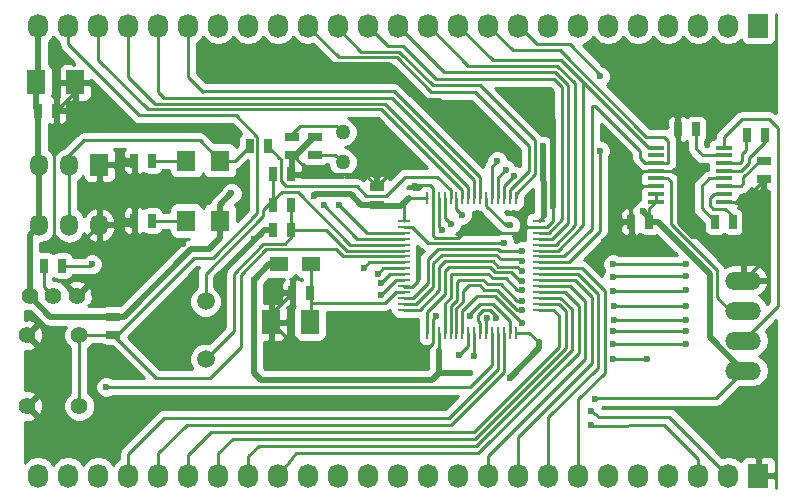
<source format=gtl>
G04 #@! TF.FileFunction,Copper,L1,Top,Signal*
%FSLAX46Y46*%
G04 Gerber Fmt 4.6, Leading zero omitted, Abs format (unit mm)*
G04 Created by KiCad (PCBNEW 4.0.7-e2-6376~58~ubuntu14.04.1) date Sat Dec  9 10:48:14 2017*
%MOMM*%
%LPD*%
G01*
G04 APERTURE LIST*
%ADD10C,0.100000*%
%ADD11R,0.635000X1.143000*%
%ADD12C,1.501140*%
%ADD13R,1.524000X2.032000*%
%ADD14R,1.143000X0.635000*%
%ADD15R,1.597660X1.800860*%
%ADD16R,1.727200X2.032000*%
%ADD17O,1.727200X2.032000*%
%ADD18R,1.500000X1.300000*%
%ADD19C,1.397000*%
%ADD20R,1.000000X0.250000*%
%ADD21R,0.250000X1.000000*%
%ADD22R,1.399540X0.350520*%
%ADD23C,1.270000*%
%ADD24O,3.014980X1.506220*%
%ADD25C,1.400000*%
%ADD26R,1.524000X1.824000*%
%ADD27O,1.524000X1.824000*%
%ADD28C,0.600000*%
%ADD29C,0.250000*%
%ADD30C,0.500000*%
%ADD31C,0.254000*%
G04 APERTURE END LIST*
D10*
D11*
X136738000Y-91400000D03*
X138262000Y-91400000D03*
D12*
X131000000Y-99559060D03*
X131000000Y-104440940D03*
D11*
X136738000Y-88800000D03*
X138262000Y-88800000D03*
X138262000Y-93500000D03*
X136738000Y-93500000D03*
D13*
X139851000Y-101300000D03*
X136549000Y-101300000D03*
X116649000Y-81000000D03*
X119951000Y-81000000D03*
D11*
X138338000Y-98800000D03*
X139862000Y-98800000D03*
X118362000Y-83400000D03*
X116838000Y-83400000D03*
D14*
X145500000Y-91362000D03*
X145500000Y-89838000D03*
X140300000Y-87162000D03*
X140300000Y-85638000D03*
X138300000Y-85638000D03*
X138300000Y-87162000D03*
D11*
X175662000Y-92800000D03*
X174138000Y-92800000D03*
X167038000Y-92800000D03*
X168562000Y-92800000D03*
D14*
X178250000Y-87688000D03*
X178250000Y-89212000D03*
D11*
X170988000Y-84950000D03*
X172512000Y-84950000D03*
X178362000Y-85500000D03*
X176838000Y-85500000D03*
D15*
X132229860Y-92710000D03*
X129390140Y-92710000D03*
X132229860Y-87630000D03*
X129390140Y-87630000D03*
D16*
X177800000Y-76200000D03*
D17*
X175260000Y-76200000D03*
X172720000Y-76200000D03*
X170180000Y-76200000D03*
X167640000Y-76200000D03*
X165100000Y-76200000D03*
X162560000Y-76200000D03*
X160020000Y-76200000D03*
X157480000Y-76200000D03*
X154940000Y-76200000D03*
X152400000Y-76200000D03*
X149860000Y-76200000D03*
X147320000Y-76200000D03*
X144780000Y-76200000D03*
X142240000Y-76200000D03*
X139700000Y-76200000D03*
X137160000Y-76200000D03*
X134620000Y-76200000D03*
X132080000Y-76200000D03*
X129540000Y-76200000D03*
X127000000Y-76200000D03*
X124460000Y-76200000D03*
X121920000Y-76200000D03*
X119380000Y-76200000D03*
X116840000Y-76200000D03*
D16*
X177800000Y-114300000D03*
D17*
X175260000Y-114300000D03*
X172720000Y-114300000D03*
X170180000Y-114300000D03*
X167640000Y-114300000D03*
X165100000Y-114300000D03*
X162560000Y-114300000D03*
X160020000Y-114300000D03*
X157480000Y-114300000D03*
X154940000Y-114300000D03*
X152400000Y-114300000D03*
X149860000Y-114300000D03*
X147320000Y-114300000D03*
X144780000Y-114300000D03*
X142240000Y-114300000D03*
X139700000Y-114300000D03*
X137160000Y-114300000D03*
X134620000Y-114300000D03*
X132080000Y-114300000D03*
X129540000Y-114300000D03*
X127000000Y-114300000D03*
X124460000Y-114300000D03*
X121920000Y-114300000D03*
X119380000Y-114300000D03*
X116840000Y-114300000D03*
D18*
X137250000Y-96400000D03*
X139950000Y-96400000D03*
D11*
X126492000Y-92710000D03*
X124968000Y-92710000D03*
D14*
X123190000Y-100838000D03*
X123190000Y-102362000D03*
D11*
X134738000Y-86400000D03*
X136262000Y-86400000D03*
X124968000Y-87630000D03*
X126492000Y-87630000D03*
D19*
X115910000Y-102410000D03*
X120310000Y-102410000D03*
X115910000Y-108410000D03*
X120310000Y-108410000D03*
D20*
X147800000Y-92750000D03*
X147800000Y-93250000D03*
X147800000Y-93750000D03*
X147800000Y-94250000D03*
X147800000Y-94750000D03*
X147800000Y-95250000D03*
X147800000Y-95750000D03*
X147800000Y-96250000D03*
X147800000Y-96750000D03*
X147800000Y-97250000D03*
X147800000Y-97750000D03*
X147800000Y-98250000D03*
X147800000Y-98750000D03*
X147800000Y-99250000D03*
X147800000Y-99750000D03*
X147800000Y-100250000D03*
D21*
X149750000Y-102200000D03*
X150250000Y-102200000D03*
X150750000Y-102200000D03*
X151250000Y-102200000D03*
X151750000Y-102200000D03*
X152250000Y-102200000D03*
X152750000Y-102200000D03*
X153250000Y-102200000D03*
X153750000Y-102200000D03*
X154250000Y-102200000D03*
X154750000Y-102200000D03*
X155250000Y-102200000D03*
X155750000Y-102200000D03*
X156250000Y-102200000D03*
X156750000Y-102200000D03*
X157250000Y-102200000D03*
D20*
X159200000Y-100250000D03*
X159200000Y-99750000D03*
X159200000Y-99250000D03*
X159200000Y-98750000D03*
X159200000Y-98250000D03*
X159200000Y-97750000D03*
X159200000Y-97250000D03*
X159200000Y-96750000D03*
X159200000Y-96250000D03*
X159200000Y-95750000D03*
X159200000Y-95250000D03*
X159200000Y-94750000D03*
X159200000Y-94250000D03*
X159200000Y-93750000D03*
X159200000Y-93250000D03*
X159200000Y-92750000D03*
D21*
X157250000Y-90800000D03*
X156750000Y-90800000D03*
X156250000Y-90800000D03*
X155750000Y-90800000D03*
X155250000Y-90800000D03*
X154750000Y-90800000D03*
X154250000Y-90800000D03*
X153750000Y-90800000D03*
X153250000Y-90800000D03*
X152750000Y-90800000D03*
X152250000Y-90800000D03*
X151750000Y-90800000D03*
X151250000Y-90800000D03*
X150750000Y-90800000D03*
X150250000Y-90800000D03*
X149750000Y-90800000D03*
D22*
X169114720Y-86544160D03*
X169114720Y-87194400D03*
X169114720Y-87844640D03*
X169114720Y-88494880D03*
X169114720Y-89145120D03*
X169114720Y-89795360D03*
X169114720Y-90445600D03*
X169114720Y-91095840D03*
X174865280Y-91095840D03*
X174865280Y-90445600D03*
X174865280Y-89795360D03*
X174865280Y-89145120D03*
X174865280Y-88494880D03*
X174865280Y-87844640D03*
X174865280Y-87194400D03*
X174865280Y-86544160D03*
D23*
X142600000Y-87770000D03*
X142600000Y-85230000D03*
D24*
X176530000Y-97790000D03*
X176530000Y-105410000D03*
X176530000Y-102870000D03*
X176530000Y-100330000D03*
D25*
X120110000Y-99060000D03*
X118110000Y-99060000D03*
X116110000Y-99060000D03*
D11*
X117348000Y-96520000D03*
X118872000Y-96520000D03*
D26*
X122000000Y-88000000D03*
D27*
X122000000Y-93080000D03*
X119460000Y-88000000D03*
X119460000Y-93080000D03*
X116920000Y-88000000D03*
X116920000Y-93080000D03*
D28*
X158800000Y-82600000D03*
X150800000Y-82600000D03*
X136200000Y-79500000D03*
X150500000Y-100800000D03*
X153400000Y-100800000D03*
X164700000Y-94500000D03*
X160400000Y-91500000D03*
X146600000Y-88700000D03*
X148700000Y-89800000D03*
X149100000Y-95300000D03*
X153100000Y-93600000D03*
X140000000Y-88800000D03*
X134100000Y-89100000D03*
X136400000Y-98100000D03*
X129100000Y-94700000D03*
X135100000Y-94300000D03*
X153400000Y-105600000D03*
X156800000Y-106000000D03*
X168000000Y-91900000D03*
X159600000Y-86400000D03*
X164000000Y-107800000D03*
X159200000Y-103000000D03*
X133200000Y-90400000D03*
X140200000Y-90600000D03*
X135100000Y-97700000D03*
X131300000Y-95100000D03*
X141000000Y-91400000D03*
X142300000Y-91400000D03*
X157800000Y-95300000D03*
X165500000Y-96400000D03*
X171700000Y-96400000D03*
X165500000Y-97500000D03*
X171700000Y-97400000D03*
X157800000Y-96100000D03*
X171700000Y-98600000D03*
X165500000Y-98700000D03*
X157800000Y-97000000D03*
X157800000Y-97800000D03*
X165600000Y-99900000D03*
X171700000Y-99900000D03*
X171700000Y-101100000D03*
X165600000Y-101100000D03*
X157800000Y-98600000D03*
X171700000Y-102100000D03*
X165500000Y-102100000D03*
X157800000Y-99500000D03*
X157800000Y-100300000D03*
X165500000Y-103200000D03*
X171700000Y-103200000D03*
X157800000Y-101400000D03*
X165500000Y-104400000D03*
X168400000Y-104400000D03*
X164400000Y-80500000D03*
X164400000Y-86800000D03*
X155600000Y-101000000D03*
X154800000Y-101000000D03*
X122600000Y-106800000D03*
X121400000Y-96400000D03*
X163600000Y-108800000D03*
X156800000Y-93100000D03*
X163600000Y-110000000D03*
X156300000Y-94600000D03*
X155700000Y-87700000D03*
X156400000Y-88400000D03*
X157100000Y-88900000D03*
X153700000Y-104200000D03*
X152500000Y-104100000D03*
X145900000Y-99000000D03*
X145900000Y-98000000D03*
X145600000Y-97200000D03*
X144400000Y-96700000D03*
X151000000Y-93500000D03*
X151800000Y-93000000D03*
X152700000Y-92200000D03*
D29*
X147800000Y-94750000D02*
X143250000Y-94750000D01*
X137438000Y-90300000D02*
X136738000Y-91000000D01*
X138800000Y-90300000D02*
X137438000Y-90300000D01*
X143250000Y-94750000D02*
X138800000Y-90300000D01*
X136738000Y-88500000D02*
X136738000Y-91000000D01*
X136738000Y-91000000D02*
X135900000Y-91838000D01*
X135900000Y-91838000D02*
X135900000Y-92300000D01*
X135900000Y-92300000D02*
X131000000Y-97200000D01*
X131000000Y-97200000D02*
X131000000Y-99559060D01*
X138262000Y-93500000D02*
X141200000Y-93500000D01*
X142950000Y-95250000D02*
X147800000Y-95250000D01*
X141200000Y-93500000D02*
X142950000Y-95250000D01*
X138262000Y-93500000D02*
X138262000Y-94138000D01*
X133400000Y-102040940D02*
X131000000Y-104440940D01*
X133400000Y-97200000D02*
X133400000Y-102040940D01*
X135900000Y-94700000D02*
X133400000Y-97200000D01*
X137700000Y-94700000D02*
X135900000Y-94700000D01*
X138262000Y-94138000D02*
X137700000Y-94700000D01*
X138262000Y-91000000D02*
X138262000Y-93500000D01*
D30*
X140300000Y-85638000D02*
X140162000Y-85638000D01*
X140162000Y-85638000D02*
X138638000Y-87162000D01*
X138638000Y-87162000D02*
X138300000Y-87162000D01*
X160400000Y-91500000D02*
X160400000Y-84200000D01*
X160400000Y-84200000D02*
X158800000Y-82600000D01*
X150800000Y-82600000D02*
X149600000Y-82600000D01*
X149600000Y-82600000D02*
X146500000Y-79500000D01*
X146500000Y-79500000D02*
X136200000Y-79500000D01*
D29*
X156750000Y-102200000D02*
X156750000Y-101250000D01*
X150250000Y-101050000D02*
X150250000Y-102200000D01*
X150500000Y-100800000D02*
X150250000Y-101050000D01*
X153400000Y-100600000D02*
X153400000Y-100800000D01*
X154200000Y-99800000D02*
X153400000Y-100600000D01*
X155300000Y-99800000D02*
X154200000Y-99800000D01*
X156750000Y-101250000D02*
X155300000Y-99800000D01*
X170988000Y-84950000D02*
X170988000Y-88688000D01*
X170988000Y-88688000D02*
X171000000Y-88700000D01*
X169114720Y-88494880D02*
X170700000Y-88494880D01*
X176500000Y-94000000D02*
X176500000Y-91095840D01*
X176400000Y-94100000D02*
X176500000Y-94000000D01*
X172200000Y-94100000D02*
X176400000Y-94100000D01*
X171000000Y-92900000D02*
X172200000Y-94100000D01*
X171000000Y-88700000D02*
X171000000Y-92900000D01*
X170700000Y-88494880D02*
X171000000Y-88700000D01*
X178250000Y-89212000D02*
X178250000Y-96070000D01*
X178250000Y-96070000D02*
X176530000Y-97790000D01*
X178250000Y-89212000D02*
X178250000Y-89250000D01*
X178250000Y-89250000D02*
X176404160Y-91095840D01*
X176404160Y-91095840D02*
X174865280Y-91095840D01*
X159200000Y-93250000D02*
X159913602Y-93250000D01*
X166400000Y-92800000D02*
X167038000Y-92800000D01*
X164700000Y-94500000D02*
X166400000Y-92800000D01*
X160400000Y-92763602D02*
X160400000Y-91500000D01*
X159913602Y-93250000D02*
X160400000Y-92763602D01*
X169114720Y-88494880D02*
X168105120Y-88494880D01*
X167800000Y-88800000D02*
X167800000Y-90000000D01*
X168105120Y-88494880D02*
X167800000Y-88800000D01*
X169114720Y-89795360D02*
X168004640Y-89795360D01*
X167038000Y-91662000D02*
X167038000Y-92800000D01*
X167800000Y-90000000D02*
X167800000Y-90900000D01*
X167800000Y-90900000D02*
X167038000Y-91662000D01*
X168004640Y-89795360D02*
X167800000Y-90000000D01*
X145500000Y-89838000D02*
X145500000Y-89800000D01*
X145500000Y-89800000D02*
X146600000Y-88700000D01*
X150250000Y-89950000D02*
X150250000Y-90800000D01*
X150000000Y-89700000D02*
X150250000Y-89950000D01*
X148800000Y-89700000D02*
X150000000Y-89700000D01*
X148700000Y-89800000D02*
X148800000Y-89700000D01*
X159200000Y-93250000D02*
X158250000Y-93250000D01*
X154100000Y-93600000D02*
X153100000Y-93600000D01*
X154300000Y-93800000D02*
X154100000Y-93600000D01*
X157700000Y-93800000D02*
X154300000Y-93800000D01*
X158250000Y-93250000D02*
X157700000Y-93800000D01*
X150250000Y-90800000D02*
X150250000Y-93950000D01*
X148500002Y-98299998D02*
X147800000Y-98299998D01*
X149000000Y-97800000D02*
X148500002Y-98299998D01*
X149000000Y-95400000D02*
X149000000Y-97800000D01*
X149100000Y-95300000D02*
X149000000Y-95400000D01*
X152949998Y-93600000D02*
X153100000Y-93600000D01*
X152400000Y-94149998D02*
X152949998Y-93600000D01*
X150449998Y-94149998D02*
X152400000Y-94149998D01*
X150250000Y-93950000D02*
X150449998Y-94149998D01*
X147800000Y-98299998D02*
X147800000Y-98250000D01*
X150250000Y-102200000D02*
X150250000Y-103113602D01*
X138949000Y-103700000D02*
X136549000Y-101300000D01*
X149663602Y-103700000D02*
X138949000Y-103700000D01*
X150250000Y-103113602D02*
X149663602Y-103700000D01*
X138300000Y-87162000D02*
X138300000Y-88762000D01*
X138300000Y-88762000D02*
X138262000Y-88800000D01*
X140000000Y-88800000D02*
X144462000Y-88800000D01*
X144462000Y-88800000D02*
X145500000Y-89838000D01*
X138300000Y-87162000D02*
X138776000Y-87162000D01*
X138776000Y-87162000D02*
X140300000Y-85638000D01*
X124968000Y-87630000D02*
X124968000Y-88668000D01*
X140000000Y-88800000D02*
X138362000Y-87162000D01*
X125400000Y-89100000D02*
X134100000Y-89100000D01*
X124968000Y-88668000D02*
X125400000Y-89100000D01*
X138362000Y-87162000D02*
X138300000Y-87162000D01*
X137100000Y-98800000D02*
X138338000Y-98800000D01*
X136400000Y-98100000D02*
X137100000Y-98800000D01*
X136549000Y-101300000D02*
X136549000Y-100589000D01*
X136549000Y-100589000D02*
X138338000Y-98800000D01*
X136738000Y-93500000D02*
X135900000Y-93500000D01*
X124968000Y-93868000D02*
X124968000Y-92710000D01*
X125800000Y-94700000D02*
X124968000Y-93868000D01*
X129100000Y-94700000D02*
X125800000Y-94700000D01*
X135900000Y-93500000D02*
X135100000Y-94300000D01*
X122000000Y-93080000D02*
X122000000Y-94400000D01*
X123300000Y-95870000D02*
X120110000Y-99060000D01*
X123300000Y-95700000D02*
X123300000Y-95870000D01*
X122000000Y-94400000D02*
X123300000Y-95700000D01*
X122000000Y-93080000D02*
X124598000Y-93080000D01*
X124598000Y-93080000D02*
X124968000Y-92710000D01*
X122000000Y-88000000D02*
X124598000Y-88000000D01*
X124598000Y-88000000D02*
X124968000Y-87630000D01*
X122000000Y-93080000D02*
X122000000Y-88000000D01*
X118362000Y-83400000D02*
X118362000Y-86638000D01*
X119880000Y-95200000D02*
X122000000Y-93080000D01*
X119400000Y-95200000D02*
X119880000Y-95200000D01*
X118200000Y-94000000D02*
X119400000Y-95200000D01*
X118200000Y-86800000D02*
X118200000Y-94000000D01*
X118362000Y-86638000D02*
X118200000Y-86800000D01*
X119951000Y-81000000D02*
X119951000Y-81811000D01*
X119951000Y-81811000D02*
X118362000Y-83400000D01*
X139950000Y-96400000D02*
X139950000Y-98712000D01*
X139950000Y-98712000D02*
X139862000Y-98800000D01*
X147800000Y-98750000D02*
X147150000Y-98750000D01*
X146200000Y-99700000D02*
X139950000Y-99700000D01*
X147150000Y-98750000D02*
X146200000Y-99700000D01*
X139912000Y-98750000D02*
X139862000Y-98800000D01*
X139950000Y-96400000D02*
X139950000Y-99700000D01*
X139950000Y-99700000D02*
X139950000Y-101201000D01*
X139950000Y-101201000D02*
X139851000Y-101300000D01*
D30*
X150750000Y-105600000D02*
X153400000Y-105600000D01*
X156800000Y-106000000D02*
X159200000Y-103500000D01*
X159200000Y-103500000D02*
X159200000Y-103000000D01*
X146512000Y-91462000D02*
X147538000Y-91462000D01*
X147538000Y-91462000D02*
X148200000Y-90800000D01*
D29*
X147800000Y-92750000D02*
X147800000Y-91200000D01*
X147800000Y-91200000D02*
X148200000Y-90800000D01*
X148200000Y-90800000D02*
X149750000Y-90800000D01*
D30*
X150750000Y-105500000D02*
X150750000Y-103650000D01*
D29*
X150750000Y-102200000D02*
X150750000Y-103650000D01*
X150750000Y-105500000D02*
X150750000Y-105600000D01*
D30*
X116649000Y-81000000D02*
X116649000Y-83211000D01*
D29*
X116649000Y-83211000D02*
X116838000Y-83400000D01*
D30*
X116840000Y-76130000D02*
X116840000Y-80809000D01*
D29*
X116840000Y-80809000D02*
X116649000Y-81000000D01*
D30*
X116838000Y-83400000D02*
X116838000Y-87918000D01*
D29*
X116838000Y-87918000D02*
X116920000Y-88000000D01*
D30*
X159600000Y-86400000D02*
X159624894Y-92299895D01*
X168562000Y-92462000D02*
X168000000Y-91900000D01*
D29*
X159624894Y-92299895D02*
X159200000Y-92750000D01*
X157250000Y-102200000D02*
X158400000Y-102200000D01*
X158400000Y-102200000D02*
X159200000Y-103000000D01*
X174240000Y-107700000D02*
X176530000Y-105410000D01*
X164100000Y-107700000D02*
X174240000Y-107700000D01*
X164000000Y-107800000D02*
X164100000Y-107700000D01*
X168562000Y-92800000D02*
X168562000Y-92462000D01*
X169114720Y-91095840D02*
X169114720Y-90445600D01*
D30*
X168562000Y-92800000D02*
X169300000Y-92800000D01*
X173700000Y-102580000D02*
X176530000Y-105410000D01*
X173700000Y-97200000D02*
X173700000Y-102580000D01*
X169300000Y-92800000D02*
X173700000Y-97200000D01*
X150750000Y-105600000D02*
X150750000Y-105650000D01*
X135700000Y-106200000D02*
X135100000Y-105600000D01*
X150200000Y-106200000D02*
X135700000Y-106200000D01*
X135100000Y-105600000D02*
X135100000Y-97700000D01*
X150750000Y-105650000D02*
X150200000Y-106200000D01*
X132229860Y-92710000D02*
X132229860Y-91370140D01*
X132229860Y-91370140D02*
X133200000Y-90400000D01*
X140200000Y-90600000D02*
X140300000Y-90500000D01*
X140300000Y-90500000D02*
X143300000Y-90500000D01*
X143300000Y-90500000D02*
X144162000Y-91362000D01*
X144162000Y-91362000D02*
X145500000Y-91362000D01*
X132229860Y-92710000D02*
X132200000Y-94200000D01*
X132200000Y-94200000D02*
X131300000Y-95100000D01*
X136400000Y-96400000D02*
X137250000Y-96400000D01*
X135100000Y-97700000D02*
X136400000Y-96400000D01*
D29*
X168562000Y-92800000D02*
X168562000Y-91648560D01*
X168562000Y-91648560D02*
X169114720Y-91095840D01*
D30*
X145300000Y-91462000D02*
X146512000Y-91462000D01*
X123190000Y-100838000D02*
X124062000Y-100838000D01*
X129800000Y-95100000D02*
X131300000Y-95100000D01*
X124062000Y-100838000D02*
X129800000Y-95100000D01*
D29*
X116110000Y-99060000D02*
X116110000Y-99110000D01*
D30*
X116110000Y-99110000D02*
X117838000Y-100838000D01*
X117838000Y-100838000D02*
X123190000Y-100838000D01*
X116110000Y-99060000D02*
X116110000Y-93890000D01*
X116110000Y-93890000D02*
X116920000Y-93080000D01*
X116920000Y-88000000D02*
X116920000Y-93080000D01*
D29*
X147800000Y-94250000D02*
X143850000Y-94250000D01*
X143850000Y-94250000D02*
X141000000Y-91400000D01*
X140300000Y-87162000D02*
X141992000Y-87162000D01*
X141992000Y-87162000D02*
X142600000Y-87770000D01*
X147800000Y-93750000D02*
X144650000Y-93750000D01*
X144650000Y-93750000D02*
X142300000Y-91400000D01*
X138300000Y-85638000D02*
X138300000Y-85400000D01*
X138300000Y-85400000D02*
X139000000Y-84700000D01*
X139000000Y-84700000D02*
X142070000Y-84700000D01*
X142070000Y-84700000D02*
X142600000Y-85230000D01*
X175662000Y-92800000D02*
X175662000Y-92362000D01*
X175662000Y-92362000D02*
X175000000Y-91700000D01*
X175000000Y-91700000D02*
X174000000Y-91700000D01*
X174000000Y-91700000D02*
X173700000Y-91400000D01*
X173700000Y-91400000D02*
X173700000Y-90800000D01*
X173700000Y-90800000D02*
X174054400Y-90445600D01*
X174054400Y-90445600D02*
X174865280Y-90445600D01*
X174865280Y-89145120D02*
X173654880Y-89145120D01*
X173000000Y-91662000D02*
X174138000Y-92800000D01*
X173000000Y-89800000D02*
X173000000Y-91662000D01*
X173654880Y-89145120D02*
X173000000Y-89800000D01*
X178250000Y-87688000D02*
X177912000Y-87688000D01*
X177912000Y-87688000D02*
X176550000Y-89050000D01*
X176550000Y-89050000D02*
X176550000Y-89550000D01*
X176550000Y-89550000D02*
X176304640Y-89795360D01*
X176304640Y-89795360D02*
X174865280Y-89795360D01*
X174865280Y-87194400D02*
X173094400Y-87194400D01*
X173094400Y-87194400D02*
X172550000Y-86650000D01*
X172550000Y-86650000D02*
X172550000Y-84912000D01*
X172550000Y-84912000D02*
X172512000Y-84950000D01*
X174865280Y-88494880D02*
X176305120Y-88494880D01*
X177000000Y-87400000D02*
X178362000Y-86038000D01*
X177000000Y-87800000D02*
X177000000Y-87400000D01*
X176305120Y-88494880D02*
X177000000Y-87800000D01*
X178362000Y-86038000D02*
X178362000Y-85500000D01*
X176788000Y-85450000D02*
X176788000Y-86712000D01*
X176788000Y-86712000D02*
X176450000Y-87050000D01*
X176450000Y-87050000D02*
X176450000Y-87650000D01*
X176450000Y-87650000D02*
X176255360Y-87844640D01*
X176255360Y-87844640D02*
X174865280Y-87844640D01*
X129390140Y-92710000D02*
X126492000Y-92710000D01*
X132229860Y-87630000D02*
X133508000Y-87630000D01*
X133508000Y-87630000D02*
X134738000Y-86400000D01*
X119460000Y-88000000D02*
X119460000Y-87140000D01*
X119460000Y-87140000D02*
X120700000Y-85900000D01*
X130499860Y-85900000D02*
X132229860Y-87630000D01*
X120700000Y-85900000D02*
X130499860Y-85900000D01*
X119460000Y-88000000D02*
X119460000Y-93080000D01*
X126492000Y-87630000D02*
X129390140Y-87630000D01*
X150700000Y-95100000D02*
X155750002Y-95100000D01*
X148550000Y-99250000D02*
X149800000Y-98000000D01*
X149800000Y-98000000D02*
X149800000Y-96000000D01*
X149800000Y-96000000D02*
X150700000Y-95100000D01*
X165500000Y-96400000D02*
X171700000Y-96400000D01*
X148550000Y-99250000D02*
X147800000Y-99250000D01*
X155950002Y-95300000D02*
X157800000Y-95300000D01*
X155750002Y-95100000D02*
X155950002Y-95300000D01*
X165500000Y-97500000D02*
X165600000Y-97400000D01*
X165600000Y-97400000D02*
X171700000Y-97400000D01*
X151000000Y-95600000D02*
X155600000Y-95600000D01*
X148850000Y-99750000D02*
X150300000Y-98300000D01*
X150300000Y-98300000D02*
X150300000Y-96300000D01*
X150300000Y-96300000D02*
X151000000Y-95600000D01*
X147800000Y-99750000D02*
X148850000Y-99750000D01*
X157700000Y-96000000D02*
X157800000Y-96100000D01*
X156000000Y-96000000D02*
X157700000Y-96000000D01*
X155600000Y-95600000D02*
X156000000Y-96000000D01*
X165500000Y-98700000D02*
X171800000Y-98700000D01*
X171800000Y-98700000D02*
X171700000Y-98600000D01*
X165500000Y-98700000D02*
X165500000Y-98700000D01*
X157400000Y-96600000D02*
X157800000Y-97000000D01*
X155800000Y-96600000D02*
X157400000Y-96600000D01*
X155300000Y-96100000D02*
X155800000Y-96600000D01*
X151300000Y-96100000D02*
X155300000Y-96100000D01*
X150800000Y-98600000D02*
X150800000Y-96600000D01*
X147800000Y-100250000D02*
X149150000Y-100250000D01*
X149150000Y-100250000D02*
X150800000Y-98600000D01*
X150800000Y-96600000D02*
X151300000Y-96100000D01*
X155500000Y-97100000D02*
X156900000Y-97100000D01*
X156900000Y-97100000D02*
X157600000Y-97800000D01*
X157600000Y-97800000D02*
X157800000Y-97800000D01*
X151650000Y-96650000D02*
X155050000Y-96650000D01*
X165600000Y-99900000D02*
X171700000Y-99900000D01*
X151300000Y-97000000D02*
X151650000Y-96650000D01*
X151300000Y-98900000D02*
X151300000Y-97000000D01*
X149750000Y-100450000D02*
X151300000Y-98900000D01*
X149750000Y-102200000D02*
X149750000Y-100450000D01*
X155050000Y-96650000D02*
X155500000Y-97100000D01*
X155300000Y-97600000D02*
X156400000Y-97600000D01*
X154900000Y-97200000D02*
X155300000Y-97600000D01*
X151250000Y-102200000D02*
X151250000Y-99750000D01*
X165600000Y-101100000D02*
X171700000Y-101100000D01*
X151800000Y-99200000D02*
X151800000Y-97200000D01*
X151250000Y-99750000D02*
X151800000Y-99200000D01*
X151800000Y-97200000D02*
X154900000Y-97200000D01*
X157400000Y-98600000D02*
X157800000Y-98600000D01*
X156400000Y-97600000D02*
X157400000Y-98600000D01*
X151750000Y-102200000D02*
X151750000Y-99950000D01*
X171800000Y-102100000D02*
X171700000Y-102100000D01*
X165500000Y-102100000D02*
X171800000Y-102100000D01*
X157400000Y-99500000D02*
X157800000Y-99500000D01*
X156000000Y-98100000D02*
X157400000Y-99500000D01*
X154900000Y-98100000D02*
X156000000Y-98100000D01*
X154500000Y-97700000D02*
X154900000Y-98100000D01*
X152500000Y-97700000D02*
X154500000Y-97700000D01*
X152300000Y-97900000D02*
X152500000Y-97700000D01*
X152300000Y-99400000D02*
X152300000Y-97900000D01*
X151750000Y-99950000D02*
X152300000Y-99400000D01*
X152250000Y-100150000D02*
X152800000Y-99600000D01*
X152800000Y-99600000D02*
X152800000Y-98700000D01*
X152800000Y-98700000D02*
X153300000Y-98200000D01*
X153300000Y-98200000D02*
X154200000Y-98200000D01*
X154200000Y-98200000D02*
X154600000Y-98600000D01*
X154600000Y-98600000D02*
X155700000Y-98600000D01*
X155700000Y-98600000D02*
X157400000Y-100300000D01*
X157400000Y-100300000D02*
X157800000Y-100300000D01*
X165500000Y-103200000D02*
X171700000Y-103200000D01*
X152250000Y-102200000D02*
X152250000Y-100150000D01*
X152750000Y-102200000D02*
X152750000Y-100350000D01*
X152750000Y-100350000D02*
X154000000Y-99100000D01*
X154000000Y-99100000D02*
X155500000Y-99100000D01*
X155500000Y-99100000D02*
X157800000Y-101400000D01*
X165500000Y-104400000D02*
X168400000Y-104400000D01*
X164400000Y-80400000D02*
X161900000Y-77800000D01*
X164400000Y-86800000D02*
X164400000Y-93600000D01*
X161900000Y-77800000D02*
X159080000Y-77800000D01*
X157460000Y-76180000D02*
X159080000Y-77800000D01*
X161750000Y-96250000D02*
X159200000Y-96250000D01*
X164300000Y-93700000D02*
X161750000Y-96250000D01*
X164400000Y-93600000D02*
X164300000Y-93700000D01*
X158300000Y-78300000D02*
X157040000Y-78300000D01*
X157040000Y-78300000D02*
X154940000Y-76200000D01*
X161350000Y-95750000D02*
X159200000Y-95750000D01*
X163700000Y-93400000D02*
X161350000Y-95750000D01*
X163700000Y-83000000D02*
X163700000Y-93400000D01*
X163700000Y-83000000D02*
X163700000Y-83000000D01*
X164000000Y-83000000D02*
X163700000Y-83000000D01*
X167800000Y-86800000D02*
X164000000Y-83000000D01*
X167800000Y-87400000D02*
X167800000Y-86800000D01*
X168244640Y-87844640D02*
X167800000Y-87400000D01*
X169114720Y-87844640D02*
X168244640Y-87844640D01*
X169114720Y-87844640D02*
X170155360Y-87844640D01*
X161000000Y-78300000D02*
X158300000Y-78300000D01*
X158300000Y-78300000D02*
X158200000Y-78300000D01*
X168300000Y-85600000D02*
X161000000Y-78300000D01*
X169800000Y-85600000D02*
X168300000Y-85600000D01*
X170200000Y-86000000D02*
X169800000Y-85600000D01*
X170200000Y-87800000D02*
X170200000Y-86000000D01*
X170155360Y-87844640D02*
X170200000Y-87800000D01*
X169070080Y-87800000D02*
X169114720Y-87844640D01*
X163000000Y-93100000D02*
X163000000Y-81000000D01*
X160850000Y-95250000D02*
X163000000Y-93100000D01*
X159200000Y-95250000D02*
X160850000Y-95250000D01*
X163000000Y-81000000D02*
X161100000Y-79100000D01*
X169114720Y-86544160D02*
X168544160Y-86544160D01*
X168544160Y-86544160D02*
X163000000Y-81000000D01*
X155300000Y-79100000D02*
X152400000Y-76200000D01*
X161100000Y-79100000D02*
X155300000Y-79100000D01*
X159200000Y-94750000D02*
X160650000Y-94750000D01*
X153260000Y-79600000D02*
X149810000Y-76150000D01*
X160800000Y-79600000D02*
X153260000Y-79600000D01*
X162300000Y-81100000D02*
X160800000Y-79600000D01*
X162300000Y-93100000D02*
X162300000Y-81100000D01*
X160650000Y-94750000D02*
X162300000Y-93100000D01*
X159200000Y-94250000D02*
X160350000Y-94250000D01*
X151220000Y-80100000D02*
X147320000Y-76200000D01*
X160600000Y-80100000D02*
X151220000Y-80100000D01*
X161700000Y-81200000D02*
X160600000Y-80100000D01*
X161700000Y-92900000D02*
X161700000Y-81200000D01*
X160350000Y-94250000D02*
X161700000Y-92900000D01*
X147700000Y-77900000D02*
X146480000Y-77900000D01*
X160050000Y-93750000D02*
X161200000Y-92600000D01*
X161200000Y-92600000D02*
X161200000Y-81400000D01*
X161200000Y-81400000D02*
X160500000Y-80700000D01*
X160500000Y-80700000D02*
X150500000Y-80700000D01*
X150500000Y-80700000D02*
X147700000Y-77900000D01*
X159200000Y-93750000D02*
X160050000Y-93750000D01*
X146480000Y-77900000D02*
X144780000Y-76200000D01*
X147400000Y-78400000D02*
X144200000Y-78400000D01*
X144200000Y-78400000D02*
X142100000Y-76300000D01*
X150249998Y-81249998D02*
X147400000Y-78400000D01*
X154249998Y-81249998D02*
X150249998Y-81249998D01*
X158900000Y-85900000D02*
X154249998Y-81249998D01*
X158900000Y-88800000D02*
X158900000Y-85900000D01*
X157250000Y-90800000D02*
X157250000Y-90450000D01*
X157250000Y-90450000D02*
X158900000Y-88800000D01*
X156750000Y-90800000D02*
X156750000Y-90150000D01*
X142300000Y-78900000D02*
X139700000Y-76300000D01*
X147200000Y-78900000D02*
X142300000Y-78900000D01*
X150100000Y-81800000D02*
X147200000Y-78900000D01*
X153800000Y-81800000D02*
X150100000Y-81800000D01*
X158400000Y-86400000D02*
X153800000Y-81800000D01*
X158400000Y-88500000D02*
X158400000Y-86400000D01*
X156750000Y-90150000D02*
X158400000Y-88500000D01*
X155100000Y-100300000D02*
X155600000Y-100800000D01*
X155600000Y-100800000D02*
X155600000Y-101000000D01*
X154500000Y-100300000D02*
X155100000Y-100300000D01*
X154250000Y-101350000D02*
X154100000Y-101200000D01*
X154100000Y-101200000D02*
X154100000Y-100700000D01*
X154100000Y-100700000D02*
X154500000Y-100300000D01*
X154250000Y-102200000D02*
X154250000Y-101350000D01*
X154750000Y-102200000D02*
X154750000Y-101050000D01*
X154750000Y-101050000D02*
X154800000Y-101000000D01*
X155250000Y-102200000D02*
X155250000Y-104950000D01*
X153400000Y-106800000D02*
X122600000Y-106800000D01*
X155250000Y-104950000D02*
X153400000Y-106800000D01*
X118872000Y-96520000D02*
X121280000Y-96520000D01*
X121280000Y-96520000D02*
X121400000Y-96400000D01*
X154250000Y-90800000D02*
X154250000Y-89050000D01*
X129540000Y-80540000D02*
X129540000Y-76130000D01*
X130800000Y-81800000D02*
X129540000Y-80540000D01*
X146949998Y-81749998D02*
X130849998Y-81749998D01*
X154250000Y-89050000D02*
X146949998Y-81749998D01*
X127500000Y-82300000D02*
X146800000Y-82300000D01*
X127000000Y-76130000D02*
X127000000Y-81800000D01*
X153750000Y-89250000D02*
X153750000Y-90800000D01*
X146800000Y-82300000D02*
X153750000Y-89250000D01*
X127000000Y-81800000D02*
X127500000Y-82300000D01*
X153250000Y-90800000D02*
X153250000Y-89850000D01*
X124460000Y-80560000D02*
X124460000Y-76130000D01*
X126700000Y-82800000D02*
X124460000Y-80560000D01*
X146200000Y-82800000D02*
X126700000Y-82800000D01*
X153250000Y-89850000D02*
X146200000Y-82800000D01*
X126100000Y-83300000D02*
X145900000Y-83300000D01*
X121920000Y-76130000D02*
X121920000Y-79120000D01*
X152750000Y-90150000D02*
X152750000Y-90800000D01*
X145900000Y-83300000D02*
X152750000Y-90150000D01*
X121920000Y-79120000D02*
X126100000Y-83300000D01*
X130100000Y-95900000D02*
X130000000Y-95900000D01*
X130000000Y-95900000D02*
X123538000Y-102362000D01*
X123538000Y-102362000D02*
X123190000Y-102362000D01*
X119380000Y-77780000D02*
X125400000Y-83800000D01*
X125400000Y-83800000D02*
X133600000Y-83800000D01*
X133600000Y-83800000D02*
X135400000Y-85600000D01*
X135400000Y-85600000D02*
X135400000Y-92100000D01*
X135400000Y-92100000D02*
X131600000Y-95900000D01*
X131600000Y-95900000D02*
X130100000Y-95900000D01*
X130100000Y-95900000D02*
X130052000Y-95900000D01*
X119380000Y-76230000D02*
X119380000Y-77780000D01*
X147800000Y-95750000D02*
X142650000Y-95750000D01*
X126828000Y-106000000D02*
X123190000Y-102362000D01*
X131400000Y-106000000D02*
X126828000Y-106000000D01*
X134000000Y-103400000D02*
X131400000Y-106000000D01*
X134000000Y-97300000D02*
X134000000Y-103400000D01*
X136149998Y-95150002D02*
X134000000Y-97300000D01*
X142050002Y-95150002D02*
X136149998Y-95150002D01*
X142650000Y-95750000D02*
X142050002Y-95150002D01*
X120310000Y-108410000D02*
X120310000Y-102410000D01*
X120310000Y-102410000D02*
X120358000Y-102362000D01*
X120358000Y-102362000D02*
X123190000Y-102362000D01*
X154750000Y-90800000D02*
X154750000Y-91450000D01*
X164300000Y-109300000D02*
X170260000Y-109300000D01*
X163600000Y-108800000D02*
X164300000Y-109300000D01*
X170260000Y-109300000D02*
X175260000Y-114300000D01*
X156400000Y-93100000D02*
X156800000Y-93100000D01*
X154750000Y-91450000D02*
X156400000Y-93100000D01*
X147800000Y-93250000D02*
X148450000Y-93250000D01*
X172720000Y-112920000D02*
X172720000Y-114300000D01*
X169800000Y-110000000D02*
X172720000Y-112920000D01*
X163700000Y-110100000D02*
X169800000Y-110000000D01*
X163600000Y-110000000D02*
X163700000Y-110100000D01*
X149800000Y-94600000D02*
X156300000Y-94600000D01*
X148450000Y-93250000D02*
X149800000Y-94600000D01*
X155250000Y-88150000D02*
X155700000Y-87700000D01*
X155250000Y-88150000D02*
X155250000Y-90800000D01*
X155750000Y-90800000D02*
X155750000Y-89050000D01*
X155750000Y-89050000D02*
X156400000Y-88400000D01*
X156250000Y-90800000D02*
X156250000Y-89750000D01*
X156250000Y-89750000D02*
X157100000Y-88900000D01*
X159200000Y-96750000D02*
X162850000Y-96750000D01*
X162560000Y-107840000D02*
X162560000Y-114300000D01*
X164800000Y-105600000D02*
X162560000Y-107840000D01*
X164800000Y-98700000D02*
X164800000Y-105600000D01*
X162850000Y-96750000D02*
X164800000Y-98700000D01*
X159200000Y-97250000D02*
X162550000Y-97250000D01*
X160020000Y-109380000D02*
X160020000Y-114300000D01*
X164200000Y-105200000D02*
X160020000Y-109380000D01*
X164200000Y-98900000D02*
X164200000Y-105200000D01*
X162550000Y-97250000D02*
X164200000Y-98900000D01*
X159200000Y-97750000D02*
X162250000Y-97750000D01*
X157480000Y-111020000D02*
X157480000Y-114300000D01*
X163700000Y-104800000D02*
X157480000Y-111020000D01*
X163700000Y-99200000D02*
X163700000Y-104800000D01*
X162250000Y-97750000D02*
X163700000Y-99200000D01*
X159200000Y-98250000D02*
X161850000Y-98250000D01*
X154900000Y-112600000D02*
X154900000Y-114260000D01*
X163100000Y-104400000D02*
X154900000Y-112600000D01*
X163100000Y-99500000D02*
X163100000Y-104400000D01*
X161850000Y-98250000D02*
X163100000Y-99500000D01*
X154900000Y-114260000D02*
X154940000Y-114300000D01*
X153750000Y-104150000D02*
X153700000Y-104200000D01*
X153750000Y-102200000D02*
X153750000Y-104150000D01*
X153250000Y-102200000D02*
X153250000Y-103350000D01*
X153250000Y-103350000D02*
X152500000Y-104100000D01*
X147150000Y-97750000D02*
X145900000Y-99000000D01*
X147800000Y-97750000D02*
X147150000Y-97750000D01*
X146650000Y-97250000D02*
X145900000Y-98000000D01*
X147800000Y-97250000D02*
X146650000Y-97250000D01*
X146050000Y-96750000D02*
X145600000Y-97200000D01*
X147800000Y-96750000D02*
X146050000Y-96750000D01*
X147800000Y-96250000D02*
X144850000Y-96250000D01*
X144850000Y-96250000D02*
X144400000Y-96700000D01*
X138640541Y-112400000D02*
X137100000Y-114300000D01*
X154100000Y-112400000D02*
X138640541Y-112400000D01*
X162600000Y-103900000D02*
X154100000Y-112400000D01*
X162600000Y-99900000D02*
X162600000Y-103900000D01*
X161450000Y-98750000D02*
X162600000Y-99900000D01*
X159200000Y-98750000D02*
X161450000Y-98750000D01*
X159200000Y-99250000D02*
X161050000Y-99250000D01*
X134620000Y-112680000D02*
X134620000Y-114300000D01*
X135500000Y-111800000D02*
X134620000Y-112680000D01*
X153900000Y-111800000D02*
X135500000Y-111800000D01*
X162000000Y-103700000D02*
X153900000Y-111800000D01*
X162000000Y-100200000D02*
X162000000Y-103700000D01*
X161050000Y-99250000D02*
X162000000Y-100200000D01*
X159200000Y-99750000D02*
X160899998Y-99750000D01*
X132080000Y-112420000D02*
X132080000Y-114300000D01*
X133300000Y-111200000D02*
X132080000Y-112420000D01*
X153800000Y-111200000D02*
X133300000Y-111200000D01*
X161500000Y-103500000D02*
X153800000Y-111200000D01*
X161500000Y-100350002D02*
X161500000Y-103500000D01*
X160899998Y-99750000D02*
X161500000Y-100350002D01*
X159200000Y-100250000D02*
X160450000Y-100250000D01*
X129540000Y-112560000D02*
X129540000Y-114300000D01*
X131500000Y-110600000D02*
X129540000Y-112560000D01*
X153700000Y-110600000D02*
X131500000Y-110600000D01*
X160900000Y-103400000D02*
X153700000Y-110600000D01*
X160900000Y-100700000D02*
X160900000Y-103400000D01*
X160450000Y-100250000D02*
X160900000Y-100700000D01*
X156250000Y-102200000D02*
X156250000Y-105550000D01*
X127000000Y-112400000D02*
X127000000Y-114300000D01*
X129400000Y-110000000D02*
X127000000Y-112400000D01*
X151800000Y-110000000D02*
X129400000Y-110000000D01*
X156250000Y-105550000D02*
X151800000Y-110000000D01*
X155750000Y-102200000D02*
X155750000Y-105250000D01*
X124460000Y-112440000D02*
X124460000Y-114300000D01*
X127500000Y-109400000D02*
X124460000Y-112440000D01*
X151600000Y-109400000D02*
X127500000Y-109400000D01*
X155750000Y-105250000D02*
X151600000Y-109400000D01*
X150750000Y-90800000D02*
X150750000Y-93250000D01*
X150750000Y-93250000D02*
X151000000Y-93500000D01*
X151250000Y-90800000D02*
X151250000Y-92450000D01*
X151250000Y-92450000D02*
X151800000Y-93000000D01*
X152250000Y-90800000D02*
X152250000Y-91750000D01*
X152250000Y-91750000D02*
X152700000Y-92200000D01*
X174865280Y-86544160D02*
X174865280Y-85634720D01*
X179500000Y-99900000D02*
X176530000Y-102870000D01*
X179500000Y-84900000D02*
X179500000Y-99900000D01*
X178700000Y-84100000D02*
X179500000Y-84900000D01*
X176400000Y-84100000D02*
X178700000Y-84100000D01*
X174865280Y-85634720D02*
X176400000Y-84100000D01*
X151750000Y-90800000D02*
X151750000Y-90150000D01*
X137262000Y-87400000D02*
X136262000Y-86400000D01*
X137400000Y-87538000D02*
X137262000Y-87400000D01*
X137400000Y-89400000D02*
X137400000Y-87538000D01*
X137800000Y-89800000D02*
X137400000Y-89400000D01*
X143800000Y-89800000D02*
X137800000Y-89800000D01*
X144600000Y-90600000D02*
X143800000Y-89800000D01*
X146300000Y-90600000D02*
X144600000Y-90600000D01*
X147900000Y-89000000D02*
X146300000Y-90600000D01*
X150600000Y-89000000D02*
X147900000Y-89000000D01*
X151750000Y-90150000D02*
X150600000Y-89000000D01*
X168569600Y-89145120D02*
X170100000Y-89145120D01*
X174300000Y-99200000D02*
X175430000Y-100330000D01*
X174300000Y-96900000D02*
X174300000Y-99200000D01*
X170400000Y-93000000D02*
X174300000Y-96900000D01*
X170400000Y-89390240D02*
X170400000Y-93000000D01*
X170100000Y-89145120D02*
X170400000Y-89390240D01*
X175430000Y-100330000D02*
X176530000Y-100330000D01*
X117348000Y-96520000D02*
X117348000Y-98298000D01*
X117348000Y-98298000D02*
X118110000Y-99060000D01*
D31*
G36*
X179315000Y-115315000D02*
X179298600Y-115315000D01*
X179298600Y-114585750D01*
X179139850Y-114427000D01*
X177927000Y-114427000D01*
X177927000Y-114447000D01*
X177673000Y-114447000D01*
X177673000Y-114427000D01*
X177653000Y-114427000D01*
X177653000Y-114173000D01*
X177673000Y-114173000D01*
X177673000Y-112807750D01*
X177927000Y-112807750D01*
X177927000Y-114173000D01*
X179139850Y-114173000D01*
X179298600Y-114014250D01*
X179298600Y-113157691D01*
X179201927Y-112924302D01*
X179023299Y-112745673D01*
X178789910Y-112649000D01*
X178085750Y-112649000D01*
X177927000Y-112807750D01*
X177673000Y-112807750D01*
X177514250Y-112649000D01*
X176810090Y-112649000D01*
X176576701Y-112745673D01*
X176398073Y-112924302D01*
X176334500Y-113077780D01*
X176319670Y-113055585D01*
X175833489Y-112730729D01*
X175260000Y-112616655D01*
X174752421Y-112717619D01*
X170797401Y-108762599D01*
X170550839Y-108597852D01*
X170260000Y-108540000D01*
X164582153Y-108540000D01*
X164662293Y-108460000D01*
X174240000Y-108460000D01*
X174530839Y-108402148D01*
X174777401Y-108237401D01*
X176216692Y-106798110D01*
X177326354Y-106798110D01*
X177857561Y-106692446D01*
X178307896Y-106391542D01*
X178608800Y-105941207D01*
X178714464Y-105410000D01*
X178608800Y-104878793D01*
X178307896Y-104428458D01*
X177876188Y-104140000D01*
X178307896Y-103851542D01*
X178608800Y-103401207D01*
X178714464Y-102870000D01*
X178608800Y-102338793D01*
X178419427Y-102055375D01*
X179315000Y-101159802D01*
X179315000Y-115315000D01*
X179315000Y-115315000D01*
G37*
X179315000Y-115315000D02*
X179298600Y-115315000D01*
X179298600Y-114585750D01*
X179139850Y-114427000D01*
X177927000Y-114427000D01*
X177927000Y-114447000D01*
X177673000Y-114447000D01*
X177673000Y-114427000D01*
X177653000Y-114427000D01*
X177653000Y-114173000D01*
X177673000Y-114173000D01*
X177673000Y-112807750D01*
X177927000Y-112807750D01*
X177927000Y-114173000D01*
X179139850Y-114173000D01*
X179298600Y-114014250D01*
X179298600Y-113157691D01*
X179201927Y-112924302D01*
X179023299Y-112745673D01*
X178789910Y-112649000D01*
X178085750Y-112649000D01*
X177927000Y-112807750D01*
X177673000Y-112807750D01*
X177514250Y-112649000D01*
X176810090Y-112649000D01*
X176576701Y-112745673D01*
X176398073Y-112924302D01*
X176334500Y-113077780D01*
X176319670Y-113055585D01*
X175833489Y-112730729D01*
X175260000Y-112616655D01*
X174752421Y-112717619D01*
X170797401Y-108762599D01*
X170550839Y-108597852D01*
X170260000Y-108540000D01*
X164582153Y-108540000D01*
X164662293Y-108460000D01*
X174240000Y-108460000D01*
X174530839Y-108402148D01*
X174777401Y-108237401D01*
X176216692Y-106798110D01*
X177326354Y-106798110D01*
X177857561Y-106692446D01*
X178307896Y-106391542D01*
X178608800Y-105941207D01*
X178714464Y-105410000D01*
X178608800Y-104878793D01*
X178307896Y-104428458D01*
X177876188Y-104140000D01*
X178307896Y-103851542D01*
X178608800Y-103401207D01*
X178714464Y-102870000D01*
X178608800Y-102338793D01*
X178419427Y-102055375D01*
X179315000Y-101159802D01*
X179315000Y-115315000D01*
G36*
X115843287Y-100394768D02*
X116143450Y-100395030D01*
X117212208Y-101463787D01*
X117212210Y-101463790D01*
X117499325Y-101655633D01*
X117555516Y-101666810D01*
X117838000Y-101723001D01*
X117838005Y-101723000D01*
X119151375Y-101723000D01*
X118976732Y-102143587D01*
X118976269Y-102674086D01*
X119178854Y-103164380D01*
X119550000Y-103536174D01*
X119550000Y-107284464D01*
X119180173Y-107653647D01*
X118976732Y-108143587D01*
X118976269Y-108674086D01*
X119178854Y-109164380D01*
X119553647Y-109539827D01*
X120043587Y-109743268D01*
X120574086Y-109743731D01*
X121064380Y-109541146D01*
X121439827Y-109166353D01*
X121643268Y-108676413D01*
X121643731Y-108145914D01*
X121441146Y-107655620D01*
X121070000Y-107283826D01*
X121070000Y-103535536D01*
X121439827Y-103166353D01*
X121458244Y-103122000D01*
X122148657Y-103122000D01*
X122154410Y-103130941D01*
X122366610Y-103275931D01*
X122618500Y-103326940D01*
X123080138Y-103326940D01*
X125793198Y-106040000D01*
X123162463Y-106040000D01*
X123130327Y-106007808D01*
X122786799Y-105865162D01*
X122414833Y-105864838D01*
X122071057Y-106006883D01*
X121807808Y-106269673D01*
X121665162Y-106613201D01*
X121664838Y-106985167D01*
X121806883Y-107328943D01*
X122069673Y-107592192D01*
X122413201Y-107734838D01*
X122785167Y-107735162D01*
X123128943Y-107593117D01*
X123162118Y-107560000D01*
X152365198Y-107560000D01*
X151285198Y-108640000D01*
X127500000Y-108640000D01*
X127209160Y-108697852D01*
X126962599Y-108862599D01*
X123922599Y-111902599D01*
X123757852Y-112149161D01*
X123700000Y-112440000D01*
X123700000Y-112855352D01*
X123400330Y-113055585D01*
X123190000Y-113370366D01*
X122979670Y-113055585D01*
X122493489Y-112730729D01*
X121920000Y-112616655D01*
X121346511Y-112730729D01*
X120860330Y-113055585D01*
X120650000Y-113370366D01*
X120439670Y-113055585D01*
X119953489Y-112730729D01*
X119380000Y-112616655D01*
X118806511Y-112730729D01*
X118320330Y-113055585D01*
X118110000Y-113370366D01*
X117899670Y-113055585D01*
X117413489Y-112730729D01*
X116840000Y-112616655D01*
X116266511Y-112730729D01*
X115780330Y-113055585D01*
X115685000Y-113198256D01*
X115685000Y-109744495D01*
X115717480Y-109755927D01*
X116247199Y-109727148D01*
X116602929Y-109579800D01*
X116664583Y-109344188D01*
X115910000Y-108589605D01*
X115895858Y-108603748D01*
X115716253Y-108424143D01*
X115730395Y-108410000D01*
X116089605Y-108410000D01*
X116844188Y-109164583D01*
X117079800Y-109102929D01*
X117255927Y-108602520D01*
X117227148Y-108072801D01*
X117079800Y-107717071D01*
X116844188Y-107655417D01*
X116089605Y-108410000D01*
X115730395Y-108410000D01*
X115716253Y-108395858D01*
X115895858Y-108216253D01*
X115910000Y-108230395D01*
X116664583Y-107475812D01*
X116602929Y-107240200D01*
X116102520Y-107064073D01*
X115685000Y-107086756D01*
X115685000Y-103744495D01*
X115717480Y-103755927D01*
X116247199Y-103727148D01*
X116602929Y-103579800D01*
X116664583Y-103344188D01*
X115910000Y-102589605D01*
X115895858Y-102603748D01*
X115716253Y-102424143D01*
X115730395Y-102410000D01*
X116089605Y-102410000D01*
X116844188Y-103164583D01*
X117079800Y-103102929D01*
X117255927Y-102602520D01*
X117227148Y-102072801D01*
X117079800Y-101717071D01*
X116844188Y-101655417D01*
X116089605Y-102410000D01*
X115730395Y-102410000D01*
X115716253Y-102395858D01*
X115895858Y-102216253D01*
X115910000Y-102230395D01*
X116664583Y-101475812D01*
X116602929Y-101240200D01*
X116102520Y-101064073D01*
X115685000Y-101086756D01*
X115685000Y-100329041D01*
X115843287Y-100394768D01*
X115843287Y-100394768D01*
G37*
X115843287Y-100394768D02*
X116143450Y-100395030D01*
X117212208Y-101463787D01*
X117212210Y-101463790D01*
X117499325Y-101655633D01*
X117555516Y-101666810D01*
X117838000Y-101723001D01*
X117838005Y-101723000D01*
X119151375Y-101723000D01*
X118976732Y-102143587D01*
X118976269Y-102674086D01*
X119178854Y-103164380D01*
X119550000Y-103536174D01*
X119550000Y-107284464D01*
X119180173Y-107653647D01*
X118976732Y-108143587D01*
X118976269Y-108674086D01*
X119178854Y-109164380D01*
X119553647Y-109539827D01*
X120043587Y-109743268D01*
X120574086Y-109743731D01*
X121064380Y-109541146D01*
X121439827Y-109166353D01*
X121643268Y-108676413D01*
X121643731Y-108145914D01*
X121441146Y-107655620D01*
X121070000Y-107283826D01*
X121070000Y-103535536D01*
X121439827Y-103166353D01*
X121458244Y-103122000D01*
X122148657Y-103122000D01*
X122154410Y-103130941D01*
X122366610Y-103275931D01*
X122618500Y-103326940D01*
X123080138Y-103326940D01*
X125793198Y-106040000D01*
X123162463Y-106040000D01*
X123130327Y-106007808D01*
X122786799Y-105865162D01*
X122414833Y-105864838D01*
X122071057Y-106006883D01*
X121807808Y-106269673D01*
X121665162Y-106613201D01*
X121664838Y-106985167D01*
X121806883Y-107328943D01*
X122069673Y-107592192D01*
X122413201Y-107734838D01*
X122785167Y-107735162D01*
X123128943Y-107593117D01*
X123162118Y-107560000D01*
X152365198Y-107560000D01*
X151285198Y-108640000D01*
X127500000Y-108640000D01*
X127209160Y-108697852D01*
X126962599Y-108862599D01*
X123922599Y-111902599D01*
X123757852Y-112149161D01*
X123700000Y-112440000D01*
X123700000Y-112855352D01*
X123400330Y-113055585D01*
X123190000Y-113370366D01*
X122979670Y-113055585D01*
X122493489Y-112730729D01*
X121920000Y-112616655D01*
X121346511Y-112730729D01*
X120860330Y-113055585D01*
X120650000Y-113370366D01*
X120439670Y-113055585D01*
X119953489Y-112730729D01*
X119380000Y-112616655D01*
X118806511Y-112730729D01*
X118320330Y-113055585D01*
X118110000Y-113370366D01*
X117899670Y-113055585D01*
X117413489Y-112730729D01*
X116840000Y-112616655D01*
X116266511Y-112730729D01*
X115780330Y-113055585D01*
X115685000Y-113198256D01*
X115685000Y-109744495D01*
X115717480Y-109755927D01*
X116247199Y-109727148D01*
X116602929Y-109579800D01*
X116664583Y-109344188D01*
X115910000Y-108589605D01*
X115895858Y-108603748D01*
X115716253Y-108424143D01*
X115730395Y-108410000D01*
X116089605Y-108410000D01*
X116844188Y-109164583D01*
X117079800Y-109102929D01*
X117255927Y-108602520D01*
X117227148Y-108072801D01*
X117079800Y-107717071D01*
X116844188Y-107655417D01*
X116089605Y-108410000D01*
X115730395Y-108410000D01*
X115716253Y-108395858D01*
X115895858Y-108216253D01*
X115910000Y-108230395D01*
X116664583Y-107475812D01*
X116602929Y-107240200D01*
X116102520Y-107064073D01*
X115685000Y-107086756D01*
X115685000Y-103744495D01*
X115717480Y-103755927D01*
X116247199Y-103727148D01*
X116602929Y-103579800D01*
X116664583Y-103344188D01*
X115910000Y-102589605D01*
X115895858Y-102603748D01*
X115716253Y-102424143D01*
X115730395Y-102410000D01*
X116089605Y-102410000D01*
X116844188Y-103164583D01*
X117079800Y-103102929D01*
X117255927Y-102602520D01*
X117227148Y-102072801D01*
X117079800Y-101717071D01*
X116844188Y-101655417D01*
X116089605Y-102410000D01*
X115730395Y-102410000D01*
X115716253Y-102395858D01*
X115895858Y-102216253D01*
X115910000Y-102230395D01*
X116664583Y-101475812D01*
X116602929Y-101240200D01*
X116102520Y-101064073D01*
X115685000Y-101086756D01*
X115685000Y-100329041D01*
X115843287Y-100394768D01*
G36*
X138735910Y-97501441D02*
X138948110Y-97646431D01*
X139190000Y-97695415D01*
X139190000Y-97702030D01*
X139093059Y-97764410D01*
X139091588Y-97766563D01*
X139015198Y-97690173D01*
X138781809Y-97593500D01*
X138623750Y-97593500D01*
X138465000Y-97752250D01*
X138465000Y-98673000D01*
X138485000Y-98673000D01*
X138485000Y-98927000D01*
X138465000Y-98927000D01*
X138465000Y-99847750D01*
X138556213Y-99938963D01*
X138492569Y-100032110D01*
X138441560Y-100284000D01*
X138441560Y-102316000D01*
X138485838Y-102551317D01*
X138624910Y-102767441D01*
X138837110Y-102912431D01*
X139089000Y-102963440D01*
X140613000Y-102963440D01*
X140848317Y-102919162D01*
X141064441Y-102780090D01*
X141209431Y-102567890D01*
X141260440Y-102316000D01*
X141260440Y-100460000D01*
X146200000Y-100460000D01*
X146490839Y-100402148D01*
X146652560Y-100294090D01*
X146652560Y-100375000D01*
X146696838Y-100610317D01*
X146835910Y-100826441D01*
X147048110Y-100971431D01*
X147300000Y-101022440D01*
X148300000Y-101022440D01*
X148366113Y-101010000D01*
X148990000Y-101010000D01*
X148990000Y-101638569D01*
X148977560Y-101700000D01*
X148977560Y-102700000D01*
X149021838Y-102935317D01*
X149160910Y-103151441D01*
X149373110Y-103296431D01*
X149625000Y-103347440D01*
X149875000Y-103347440D01*
X149927135Y-103337630D01*
X149865000Y-103650000D01*
X149865000Y-105283421D01*
X149833420Y-105315000D01*
X136066579Y-105315000D01*
X135985000Y-105233420D01*
X135985000Y-102951000D01*
X136263250Y-102951000D01*
X136422000Y-102792250D01*
X136422000Y-101427000D01*
X136676000Y-101427000D01*
X136676000Y-102792250D01*
X136834750Y-102951000D01*
X137437309Y-102951000D01*
X137670698Y-102854327D01*
X137849327Y-102675699D01*
X137946000Y-102442310D01*
X137946000Y-101585750D01*
X137787250Y-101427000D01*
X136676000Y-101427000D01*
X136422000Y-101427000D01*
X136402000Y-101427000D01*
X136402000Y-101173000D01*
X136422000Y-101173000D01*
X136422000Y-99807750D01*
X136676000Y-99807750D01*
X136676000Y-101173000D01*
X137787250Y-101173000D01*
X137946000Y-101014250D01*
X137946000Y-100157690D01*
X137881135Y-100001092D01*
X137894191Y-100006500D01*
X138052250Y-100006500D01*
X138211000Y-99847750D01*
X138211000Y-98927000D01*
X137544250Y-98927000D01*
X137385500Y-99085750D01*
X137385500Y-99497810D01*
X137450365Y-99654408D01*
X137437309Y-99649000D01*
X136834750Y-99649000D01*
X136676000Y-99807750D01*
X136422000Y-99807750D01*
X136263250Y-99649000D01*
X135985000Y-99649000D01*
X135985000Y-98066580D01*
X136378703Y-97672877D01*
X136500000Y-97697440D01*
X137653535Y-97697440D01*
X137482173Y-97868801D01*
X137385500Y-98102190D01*
X137385500Y-98514250D01*
X137544250Y-98673000D01*
X138211000Y-98673000D01*
X138211000Y-97752250D01*
X138131455Y-97672705D01*
X138235317Y-97653162D01*
X138451441Y-97514090D01*
X138596431Y-97301890D01*
X138599081Y-97288803D01*
X138735910Y-97501441D01*
X138735910Y-97501441D01*
G37*
X138735910Y-97501441D02*
X138948110Y-97646431D01*
X139190000Y-97695415D01*
X139190000Y-97702030D01*
X139093059Y-97764410D01*
X139091588Y-97766563D01*
X139015198Y-97690173D01*
X138781809Y-97593500D01*
X138623750Y-97593500D01*
X138465000Y-97752250D01*
X138465000Y-98673000D01*
X138485000Y-98673000D01*
X138485000Y-98927000D01*
X138465000Y-98927000D01*
X138465000Y-99847750D01*
X138556213Y-99938963D01*
X138492569Y-100032110D01*
X138441560Y-100284000D01*
X138441560Y-102316000D01*
X138485838Y-102551317D01*
X138624910Y-102767441D01*
X138837110Y-102912431D01*
X139089000Y-102963440D01*
X140613000Y-102963440D01*
X140848317Y-102919162D01*
X141064441Y-102780090D01*
X141209431Y-102567890D01*
X141260440Y-102316000D01*
X141260440Y-100460000D01*
X146200000Y-100460000D01*
X146490839Y-100402148D01*
X146652560Y-100294090D01*
X146652560Y-100375000D01*
X146696838Y-100610317D01*
X146835910Y-100826441D01*
X147048110Y-100971431D01*
X147300000Y-101022440D01*
X148300000Y-101022440D01*
X148366113Y-101010000D01*
X148990000Y-101010000D01*
X148990000Y-101638569D01*
X148977560Y-101700000D01*
X148977560Y-102700000D01*
X149021838Y-102935317D01*
X149160910Y-103151441D01*
X149373110Y-103296431D01*
X149625000Y-103347440D01*
X149875000Y-103347440D01*
X149927135Y-103337630D01*
X149865000Y-103650000D01*
X149865000Y-105283421D01*
X149833420Y-105315000D01*
X136066579Y-105315000D01*
X135985000Y-105233420D01*
X135985000Y-102951000D01*
X136263250Y-102951000D01*
X136422000Y-102792250D01*
X136422000Y-101427000D01*
X136676000Y-101427000D01*
X136676000Y-102792250D01*
X136834750Y-102951000D01*
X137437309Y-102951000D01*
X137670698Y-102854327D01*
X137849327Y-102675699D01*
X137946000Y-102442310D01*
X137946000Y-101585750D01*
X137787250Y-101427000D01*
X136676000Y-101427000D01*
X136422000Y-101427000D01*
X136402000Y-101427000D01*
X136402000Y-101173000D01*
X136422000Y-101173000D01*
X136422000Y-99807750D01*
X136676000Y-99807750D01*
X136676000Y-101173000D01*
X137787250Y-101173000D01*
X137946000Y-101014250D01*
X137946000Y-100157690D01*
X137881135Y-100001092D01*
X137894191Y-100006500D01*
X138052250Y-100006500D01*
X138211000Y-99847750D01*
X138211000Y-98927000D01*
X137544250Y-98927000D01*
X137385500Y-99085750D01*
X137385500Y-99497810D01*
X137450365Y-99654408D01*
X137437309Y-99649000D01*
X136834750Y-99649000D01*
X136676000Y-99807750D01*
X136422000Y-99807750D01*
X136263250Y-99649000D01*
X135985000Y-99649000D01*
X135985000Y-98066580D01*
X136378703Y-97672877D01*
X136500000Y-97697440D01*
X137653535Y-97697440D01*
X137482173Y-97868801D01*
X137385500Y-98102190D01*
X137385500Y-98514250D01*
X137544250Y-98673000D01*
X138211000Y-98673000D01*
X138211000Y-97752250D01*
X138131455Y-97672705D01*
X138235317Y-97653162D01*
X138451441Y-97514090D01*
X138596431Y-97301890D01*
X138599081Y-97288803D01*
X138735910Y-97501441D01*
G36*
X135944250Y-93373000D02*
X136611000Y-93373000D01*
X136611000Y-93353000D01*
X136865000Y-93353000D01*
X136865000Y-93373000D01*
X136885000Y-93373000D01*
X136885000Y-93627000D01*
X136865000Y-93627000D01*
X136865000Y-93647000D01*
X136611000Y-93647000D01*
X136611000Y-93627000D01*
X135944250Y-93627000D01*
X135785500Y-93785750D01*
X135785500Y-93962776D01*
X135609161Y-93997852D01*
X135362599Y-94162599D01*
X132862599Y-96662599D01*
X132697852Y-96909161D01*
X132640000Y-97200000D01*
X132640000Y-101726138D01*
X131300636Y-103065502D01*
X131276816Y-103055611D01*
X130725602Y-103055130D01*
X130216163Y-103265626D01*
X129826056Y-103655053D01*
X129614671Y-104164124D01*
X129614190Y-104715338D01*
X129824686Y-105224777D01*
X129839882Y-105240000D01*
X127142802Y-105240000D01*
X124438802Y-102536000D01*
X130314802Y-96660000D01*
X130465198Y-96660000D01*
X130462599Y-96662599D01*
X130297852Y-96909161D01*
X130240000Y-97200000D01*
X130240000Y-98373897D01*
X130216163Y-98383746D01*
X129826056Y-98773173D01*
X129614671Y-99282244D01*
X129614190Y-99833458D01*
X129824686Y-100342897D01*
X130214113Y-100733004D01*
X130723184Y-100944389D01*
X131274398Y-100944870D01*
X131783837Y-100734374D01*
X132173944Y-100344947D01*
X132385329Y-99835876D01*
X132385810Y-99284662D01*
X132175314Y-98775223D01*
X131785887Y-98385116D01*
X131760000Y-98374367D01*
X131760000Y-97514802D01*
X135923026Y-93351776D01*
X135944250Y-93373000D01*
X135944250Y-93373000D01*
G37*
X135944250Y-93373000D02*
X136611000Y-93373000D01*
X136611000Y-93353000D01*
X136865000Y-93353000D01*
X136865000Y-93373000D01*
X136885000Y-93373000D01*
X136885000Y-93627000D01*
X136865000Y-93627000D01*
X136865000Y-93647000D01*
X136611000Y-93647000D01*
X136611000Y-93627000D01*
X135944250Y-93627000D01*
X135785500Y-93785750D01*
X135785500Y-93962776D01*
X135609161Y-93997852D01*
X135362599Y-94162599D01*
X132862599Y-96662599D01*
X132697852Y-96909161D01*
X132640000Y-97200000D01*
X132640000Y-101726138D01*
X131300636Y-103065502D01*
X131276816Y-103055611D01*
X130725602Y-103055130D01*
X130216163Y-103265626D01*
X129826056Y-103655053D01*
X129614671Y-104164124D01*
X129614190Y-104715338D01*
X129824686Y-105224777D01*
X129839882Y-105240000D01*
X127142802Y-105240000D01*
X124438802Y-102536000D01*
X130314802Y-96660000D01*
X130465198Y-96660000D01*
X130462599Y-96662599D01*
X130297852Y-96909161D01*
X130240000Y-97200000D01*
X130240000Y-98373897D01*
X130216163Y-98383746D01*
X129826056Y-98773173D01*
X129614671Y-99282244D01*
X129614190Y-99833458D01*
X129824686Y-100342897D01*
X130214113Y-100733004D01*
X130723184Y-100944389D01*
X131274398Y-100944870D01*
X131783837Y-100734374D01*
X132173944Y-100344947D01*
X132385329Y-99835876D01*
X132385810Y-99284662D01*
X132175314Y-98775223D01*
X131785887Y-98385116D01*
X131760000Y-98374367D01*
X131760000Y-97514802D01*
X135923026Y-93351776D01*
X135944250Y-93373000D01*
G36*
X124112173Y-86698801D02*
X124015500Y-86932190D01*
X124015500Y-87344250D01*
X124174250Y-87503000D01*
X124841000Y-87503000D01*
X124841000Y-87483000D01*
X125095000Y-87483000D01*
X125095000Y-87503000D01*
X125115000Y-87503000D01*
X125115000Y-87757000D01*
X125095000Y-87757000D01*
X125095000Y-88677750D01*
X125253750Y-88836500D01*
X125411809Y-88836500D01*
X125645198Y-88739827D01*
X125723286Y-88661739D01*
X125922610Y-88797931D01*
X126174500Y-88848940D01*
X126809500Y-88848940D01*
X127044817Y-88804662D01*
X127260941Y-88665590D01*
X127405931Y-88453390D01*
X127418768Y-88390000D01*
X127943870Y-88390000D01*
X127943870Y-88530430D01*
X127988148Y-88765747D01*
X128127220Y-88981871D01*
X128339420Y-89126861D01*
X128591310Y-89177870D01*
X130188970Y-89177870D01*
X130424287Y-89133592D01*
X130640411Y-88994520D01*
X130785401Y-88782320D01*
X130809030Y-88665634D01*
X130827868Y-88765747D01*
X130966940Y-88981871D01*
X131179140Y-89126861D01*
X131431030Y-89177870D01*
X133028690Y-89177870D01*
X133264007Y-89133592D01*
X133480131Y-88994520D01*
X133625121Y-88782320D01*
X133676130Y-88530430D01*
X133676130Y-88356557D01*
X133798839Y-88332148D01*
X134045401Y-88167401D01*
X134593862Y-87618940D01*
X134640000Y-87618940D01*
X134640000Y-91785198D01*
X133676130Y-92749068D01*
X133676130Y-91809570D01*
X133631852Y-91574253D01*
X133493042Y-91358537D01*
X133608835Y-91242745D01*
X133728943Y-91193117D01*
X133992192Y-90930327D01*
X134134838Y-90586799D01*
X134135162Y-90214833D01*
X133993117Y-89871057D01*
X133730327Y-89607808D01*
X133386799Y-89465162D01*
X133014833Y-89464838D01*
X132671057Y-89606883D01*
X132407808Y-89869673D01*
X132357434Y-89990987D01*
X131604070Y-90744350D01*
X131412227Y-91031465D01*
X131406551Y-91060000D01*
X131384494Y-91170886D01*
X131195713Y-91206408D01*
X130979589Y-91345480D01*
X130834599Y-91557680D01*
X130810970Y-91674366D01*
X130792132Y-91574253D01*
X130653060Y-91358129D01*
X130440860Y-91213139D01*
X130188970Y-91162130D01*
X128591310Y-91162130D01*
X128355993Y-91206408D01*
X128139869Y-91345480D01*
X127994879Y-91557680D01*
X127943870Y-91809570D01*
X127943870Y-91950000D01*
X127421471Y-91950000D01*
X127412662Y-91903183D01*
X127273590Y-91687059D01*
X127061390Y-91542069D01*
X126809500Y-91491060D01*
X126174500Y-91491060D01*
X125939183Y-91535338D01*
X125723059Y-91674410D01*
X125721588Y-91676563D01*
X125645198Y-91600173D01*
X125411809Y-91503500D01*
X125253750Y-91503500D01*
X125095000Y-91662250D01*
X125095000Y-92583000D01*
X125115000Y-92583000D01*
X125115000Y-92837000D01*
X125095000Y-92837000D01*
X125095000Y-93757750D01*
X125253750Y-93916500D01*
X125411809Y-93916500D01*
X125645198Y-93819827D01*
X125723286Y-93741739D01*
X125922610Y-93877931D01*
X126174500Y-93928940D01*
X126809500Y-93928940D01*
X127044817Y-93884662D01*
X127260941Y-93745590D01*
X127405931Y-93533390D01*
X127418768Y-93470000D01*
X127943870Y-93470000D01*
X127943870Y-93610430D01*
X127988148Y-93845747D01*
X128127220Y-94061871D01*
X128339420Y-94206861D01*
X128591310Y-94257870D01*
X129584479Y-94257870D01*
X129461325Y-94282367D01*
X129174210Y-94474210D01*
X129174208Y-94474213D01*
X123773026Y-99875394D01*
X123761500Y-99873060D01*
X122618500Y-99873060D01*
X122383183Y-99917338D01*
X122327763Y-99953000D01*
X121138444Y-99953000D01*
X121160526Y-99930918D01*
X121045277Y-99815669D01*
X121281042Y-99753831D01*
X121457419Y-99252878D01*
X121428664Y-98722560D01*
X121281042Y-98366169D01*
X121045275Y-98304331D01*
X120289605Y-99060000D01*
X120303748Y-99074142D01*
X120124142Y-99253748D01*
X120110000Y-99239605D01*
X120095858Y-99253748D01*
X119916252Y-99074142D01*
X119930395Y-99060000D01*
X119289773Y-98419379D01*
X119242418Y-98304771D01*
X119062686Y-98124725D01*
X119354331Y-98124725D01*
X120110000Y-98880395D01*
X120865669Y-98124725D01*
X120803831Y-97888958D01*
X120302878Y-97712581D01*
X119772560Y-97741336D01*
X119416169Y-97888958D01*
X119354331Y-98124725D01*
X119062686Y-98124725D01*
X118867204Y-97928902D01*
X118376713Y-97725232D01*
X118108000Y-97724998D01*
X118108000Y-97561343D01*
X118112811Y-97558247D01*
X118302610Y-97687931D01*
X118554500Y-97738940D01*
X119189500Y-97738940D01*
X119424817Y-97694662D01*
X119640941Y-97555590D01*
X119785931Y-97343390D01*
X119798768Y-97280000D01*
X121081137Y-97280000D01*
X121213201Y-97334838D01*
X121585167Y-97335162D01*
X121928943Y-97193117D01*
X122192192Y-96930327D01*
X122334838Y-96586799D01*
X122335162Y-96214833D01*
X122193117Y-95871057D01*
X121930327Y-95607808D01*
X121586799Y-95465162D01*
X121214833Y-95464838D01*
X120871057Y-95606883D01*
X120717673Y-95760000D01*
X119801471Y-95760000D01*
X119792662Y-95713183D01*
X119653590Y-95497059D01*
X119441390Y-95352069D01*
X119189500Y-95301060D01*
X118554500Y-95301060D01*
X118319183Y-95345338D01*
X118107189Y-95481753D01*
X117917390Y-95352069D01*
X117665500Y-95301060D01*
X117030500Y-95301060D01*
X116995000Y-95307740D01*
X116995000Y-94642390D01*
X117454609Y-94550968D01*
X117907828Y-94248136D01*
X118190000Y-93825837D01*
X118472172Y-94248136D01*
X118925391Y-94550968D01*
X119460000Y-94657308D01*
X119994609Y-94550968D01*
X120447828Y-94248136D01*
X120746831Y-93800648D01*
X120795955Y-93940865D01*
X121159644Y-94347522D01*
X121651269Y-94584046D01*
X121656930Y-94584220D01*
X121873000Y-94461720D01*
X121873000Y-93207000D01*
X122127000Y-93207000D01*
X122127000Y-94461720D01*
X122343070Y-94584220D01*
X122348731Y-94584046D01*
X122840356Y-94347522D01*
X123204045Y-93940865D01*
X123384429Y-93425985D01*
X123239293Y-93207000D01*
X122127000Y-93207000D01*
X121873000Y-93207000D01*
X121853000Y-93207000D01*
X121853000Y-92995750D01*
X124015500Y-92995750D01*
X124015500Y-93407810D01*
X124112173Y-93641199D01*
X124290802Y-93819827D01*
X124524191Y-93916500D01*
X124682250Y-93916500D01*
X124841000Y-93757750D01*
X124841000Y-92837000D01*
X124174250Y-92837000D01*
X124015500Y-92995750D01*
X121853000Y-92995750D01*
X121853000Y-92953000D01*
X121873000Y-92953000D01*
X121873000Y-91698280D01*
X122127000Y-91698280D01*
X122127000Y-92953000D01*
X123239293Y-92953000D01*
X123384429Y-92734015D01*
X123204045Y-92219135D01*
X123018967Y-92012190D01*
X124015500Y-92012190D01*
X124015500Y-92424250D01*
X124174250Y-92583000D01*
X124841000Y-92583000D01*
X124841000Y-91662250D01*
X124682250Y-91503500D01*
X124524191Y-91503500D01*
X124290802Y-91600173D01*
X124112173Y-91778801D01*
X124015500Y-92012190D01*
X123018967Y-92012190D01*
X122840356Y-91812478D01*
X122348731Y-91575954D01*
X122343070Y-91575780D01*
X122127000Y-91698280D01*
X121873000Y-91698280D01*
X121656930Y-91575780D01*
X121651269Y-91575954D01*
X121159644Y-91812478D01*
X120795955Y-92219135D01*
X120746831Y-92359352D01*
X120447828Y-91911864D01*
X120220000Y-91759634D01*
X120220000Y-89320366D01*
X120447828Y-89168136D01*
X120603000Y-88935905D01*
X120603000Y-89038310D01*
X120699673Y-89271699D01*
X120878302Y-89450327D01*
X121111691Y-89547000D01*
X121714250Y-89547000D01*
X121873000Y-89388250D01*
X121873000Y-88127000D01*
X122127000Y-88127000D01*
X122127000Y-89388250D01*
X122285750Y-89547000D01*
X122888309Y-89547000D01*
X123121698Y-89450327D01*
X123300327Y-89271699D01*
X123397000Y-89038310D01*
X123397000Y-88285750D01*
X123238250Y-88127000D01*
X122127000Y-88127000D01*
X121873000Y-88127000D01*
X121853000Y-88127000D01*
X121853000Y-87915750D01*
X124015500Y-87915750D01*
X124015500Y-88327810D01*
X124112173Y-88561199D01*
X124290802Y-88739827D01*
X124524191Y-88836500D01*
X124682250Y-88836500D01*
X124841000Y-88677750D01*
X124841000Y-87757000D01*
X124174250Y-87757000D01*
X124015500Y-87915750D01*
X121853000Y-87915750D01*
X121853000Y-87873000D01*
X121873000Y-87873000D01*
X121873000Y-87853000D01*
X122127000Y-87853000D01*
X122127000Y-87873000D01*
X123238250Y-87873000D01*
X123397000Y-87714250D01*
X123397000Y-86961690D01*
X123300327Y-86728301D01*
X123232026Y-86660000D01*
X124150974Y-86660000D01*
X124112173Y-86698801D01*
X124112173Y-86698801D01*
G37*
X124112173Y-86698801D02*
X124015500Y-86932190D01*
X124015500Y-87344250D01*
X124174250Y-87503000D01*
X124841000Y-87503000D01*
X124841000Y-87483000D01*
X125095000Y-87483000D01*
X125095000Y-87503000D01*
X125115000Y-87503000D01*
X125115000Y-87757000D01*
X125095000Y-87757000D01*
X125095000Y-88677750D01*
X125253750Y-88836500D01*
X125411809Y-88836500D01*
X125645198Y-88739827D01*
X125723286Y-88661739D01*
X125922610Y-88797931D01*
X126174500Y-88848940D01*
X126809500Y-88848940D01*
X127044817Y-88804662D01*
X127260941Y-88665590D01*
X127405931Y-88453390D01*
X127418768Y-88390000D01*
X127943870Y-88390000D01*
X127943870Y-88530430D01*
X127988148Y-88765747D01*
X128127220Y-88981871D01*
X128339420Y-89126861D01*
X128591310Y-89177870D01*
X130188970Y-89177870D01*
X130424287Y-89133592D01*
X130640411Y-88994520D01*
X130785401Y-88782320D01*
X130809030Y-88665634D01*
X130827868Y-88765747D01*
X130966940Y-88981871D01*
X131179140Y-89126861D01*
X131431030Y-89177870D01*
X133028690Y-89177870D01*
X133264007Y-89133592D01*
X133480131Y-88994520D01*
X133625121Y-88782320D01*
X133676130Y-88530430D01*
X133676130Y-88356557D01*
X133798839Y-88332148D01*
X134045401Y-88167401D01*
X134593862Y-87618940D01*
X134640000Y-87618940D01*
X134640000Y-91785198D01*
X133676130Y-92749068D01*
X133676130Y-91809570D01*
X133631852Y-91574253D01*
X133493042Y-91358537D01*
X133608835Y-91242745D01*
X133728943Y-91193117D01*
X133992192Y-90930327D01*
X134134838Y-90586799D01*
X134135162Y-90214833D01*
X133993117Y-89871057D01*
X133730327Y-89607808D01*
X133386799Y-89465162D01*
X133014833Y-89464838D01*
X132671057Y-89606883D01*
X132407808Y-89869673D01*
X132357434Y-89990987D01*
X131604070Y-90744350D01*
X131412227Y-91031465D01*
X131406551Y-91060000D01*
X131384494Y-91170886D01*
X131195713Y-91206408D01*
X130979589Y-91345480D01*
X130834599Y-91557680D01*
X130810970Y-91674366D01*
X130792132Y-91574253D01*
X130653060Y-91358129D01*
X130440860Y-91213139D01*
X130188970Y-91162130D01*
X128591310Y-91162130D01*
X128355993Y-91206408D01*
X128139869Y-91345480D01*
X127994879Y-91557680D01*
X127943870Y-91809570D01*
X127943870Y-91950000D01*
X127421471Y-91950000D01*
X127412662Y-91903183D01*
X127273590Y-91687059D01*
X127061390Y-91542069D01*
X126809500Y-91491060D01*
X126174500Y-91491060D01*
X125939183Y-91535338D01*
X125723059Y-91674410D01*
X125721588Y-91676563D01*
X125645198Y-91600173D01*
X125411809Y-91503500D01*
X125253750Y-91503500D01*
X125095000Y-91662250D01*
X125095000Y-92583000D01*
X125115000Y-92583000D01*
X125115000Y-92837000D01*
X125095000Y-92837000D01*
X125095000Y-93757750D01*
X125253750Y-93916500D01*
X125411809Y-93916500D01*
X125645198Y-93819827D01*
X125723286Y-93741739D01*
X125922610Y-93877931D01*
X126174500Y-93928940D01*
X126809500Y-93928940D01*
X127044817Y-93884662D01*
X127260941Y-93745590D01*
X127405931Y-93533390D01*
X127418768Y-93470000D01*
X127943870Y-93470000D01*
X127943870Y-93610430D01*
X127988148Y-93845747D01*
X128127220Y-94061871D01*
X128339420Y-94206861D01*
X128591310Y-94257870D01*
X129584479Y-94257870D01*
X129461325Y-94282367D01*
X129174210Y-94474210D01*
X129174208Y-94474213D01*
X123773026Y-99875394D01*
X123761500Y-99873060D01*
X122618500Y-99873060D01*
X122383183Y-99917338D01*
X122327763Y-99953000D01*
X121138444Y-99953000D01*
X121160526Y-99930918D01*
X121045277Y-99815669D01*
X121281042Y-99753831D01*
X121457419Y-99252878D01*
X121428664Y-98722560D01*
X121281042Y-98366169D01*
X121045275Y-98304331D01*
X120289605Y-99060000D01*
X120303748Y-99074142D01*
X120124142Y-99253748D01*
X120110000Y-99239605D01*
X120095858Y-99253748D01*
X119916252Y-99074142D01*
X119930395Y-99060000D01*
X119289773Y-98419379D01*
X119242418Y-98304771D01*
X119062686Y-98124725D01*
X119354331Y-98124725D01*
X120110000Y-98880395D01*
X120865669Y-98124725D01*
X120803831Y-97888958D01*
X120302878Y-97712581D01*
X119772560Y-97741336D01*
X119416169Y-97888958D01*
X119354331Y-98124725D01*
X119062686Y-98124725D01*
X118867204Y-97928902D01*
X118376713Y-97725232D01*
X118108000Y-97724998D01*
X118108000Y-97561343D01*
X118112811Y-97558247D01*
X118302610Y-97687931D01*
X118554500Y-97738940D01*
X119189500Y-97738940D01*
X119424817Y-97694662D01*
X119640941Y-97555590D01*
X119785931Y-97343390D01*
X119798768Y-97280000D01*
X121081137Y-97280000D01*
X121213201Y-97334838D01*
X121585167Y-97335162D01*
X121928943Y-97193117D01*
X122192192Y-96930327D01*
X122334838Y-96586799D01*
X122335162Y-96214833D01*
X122193117Y-95871057D01*
X121930327Y-95607808D01*
X121586799Y-95465162D01*
X121214833Y-95464838D01*
X120871057Y-95606883D01*
X120717673Y-95760000D01*
X119801471Y-95760000D01*
X119792662Y-95713183D01*
X119653590Y-95497059D01*
X119441390Y-95352069D01*
X119189500Y-95301060D01*
X118554500Y-95301060D01*
X118319183Y-95345338D01*
X118107189Y-95481753D01*
X117917390Y-95352069D01*
X117665500Y-95301060D01*
X117030500Y-95301060D01*
X116995000Y-95307740D01*
X116995000Y-94642390D01*
X117454609Y-94550968D01*
X117907828Y-94248136D01*
X118190000Y-93825837D01*
X118472172Y-94248136D01*
X118925391Y-94550968D01*
X119460000Y-94657308D01*
X119994609Y-94550968D01*
X120447828Y-94248136D01*
X120746831Y-93800648D01*
X120795955Y-93940865D01*
X121159644Y-94347522D01*
X121651269Y-94584046D01*
X121656930Y-94584220D01*
X121873000Y-94461720D01*
X121873000Y-93207000D01*
X122127000Y-93207000D01*
X122127000Y-94461720D01*
X122343070Y-94584220D01*
X122348731Y-94584046D01*
X122840356Y-94347522D01*
X123204045Y-93940865D01*
X123384429Y-93425985D01*
X123239293Y-93207000D01*
X122127000Y-93207000D01*
X121873000Y-93207000D01*
X121853000Y-93207000D01*
X121853000Y-92995750D01*
X124015500Y-92995750D01*
X124015500Y-93407810D01*
X124112173Y-93641199D01*
X124290802Y-93819827D01*
X124524191Y-93916500D01*
X124682250Y-93916500D01*
X124841000Y-93757750D01*
X124841000Y-92837000D01*
X124174250Y-92837000D01*
X124015500Y-92995750D01*
X121853000Y-92995750D01*
X121853000Y-92953000D01*
X121873000Y-92953000D01*
X121873000Y-91698280D01*
X122127000Y-91698280D01*
X122127000Y-92953000D01*
X123239293Y-92953000D01*
X123384429Y-92734015D01*
X123204045Y-92219135D01*
X123018967Y-92012190D01*
X124015500Y-92012190D01*
X124015500Y-92424250D01*
X124174250Y-92583000D01*
X124841000Y-92583000D01*
X124841000Y-91662250D01*
X124682250Y-91503500D01*
X124524191Y-91503500D01*
X124290802Y-91600173D01*
X124112173Y-91778801D01*
X124015500Y-92012190D01*
X123018967Y-92012190D01*
X122840356Y-91812478D01*
X122348731Y-91575954D01*
X122343070Y-91575780D01*
X122127000Y-91698280D01*
X121873000Y-91698280D01*
X121656930Y-91575780D01*
X121651269Y-91575954D01*
X121159644Y-91812478D01*
X120795955Y-92219135D01*
X120746831Y-92359352D01*
X120447828Y-91911864D01*
X120220000Y-91759634D01*
X120220000Y-89320366D01*
X120447828Y-89168136D01*
X120603000Y-88935905D01*
X120603000Y-89038310D01*
X120699673Y-89271699D01*
X120878302Y-89450327D01*
X121111691Y-89547000D01*
X121714250Y-89547000D01*
X121873000Y-89388250D01*
X121873000Y-88127000D01*
X122127000Y-88127000D01*
X122127000Y-89388250D01*
X122285750Y-89547000D01*
X122888309Y-89547000D01*
X123121698Y-89450327D01*
X123300327Y-89271699D01*
X123397000Y-89038310D01*
X123397000Y-88285750D01*
X123238250Y-88127000D01*
X122127000Y-88127000D01*
X121873000Y-88127000D01*
X121853000Y-88127000D01*
X121853000Y-87915750D01*
X124015500Y-87915750D01*
X124015500Y-88327810D01*
X124112173Y-88561199D01*
X124290802Y-88739827D01*
X124524191Y-88836500D01*
X124682250Y-88836500D01*
X124841000Y-88677750D01*
X124841000Y-87757000D01*
X124174250Y-87757000D01*
X124015500Y-87915750D01*
X121853000Y-87915750D01*
X121853000Y-87873000D01*
X121873000Y-87873000D01*
X121873000Y-87853000D01*
X122127000Y-87853000D01*
X122127000Y-87873000D01*
X123238250Y-87873000D01*
X123397000Y-87714250D01*
X123397000Y-86961690D01*
X123300327Y-86728301D01*
X123232026Y-86660000D01*
X124150974Y-86660000D01*
X124112173Y-86698801D01*
G36*
X179315000Y-83640198D02*
X179237401Y-83562599D01*
X178990839Y-83397852D01*
X178700000Y-83340000D01*
X176400000Y-83340000D01*
X176109161Y-83397852D01*
X175862599Y-83562599D01*
X174327879Y-85097319D01*
X174163132Y-85343881D01*
X174105280Y-85634720D01*
X174105280Y-85732793D01*
X173930193Y-85765738D01*
X173714069Y-85904810D01*
X173569079Y-86117010D01*
X173518070Y-86368900D01*
X173518070Y-86434400D01*
X173409202Y-86434400D01*
X173310000Y-86335198D01*
X173310000Y-85943061D01*
X173425931Y-85773390D01*
X173476940Y-85521500D01*
X173476940Y-84378500D01*
X173432662Y-84143183D01*
X173293590Y-83927059D01*
X173081390Y-83782069D01*
X172829500Y-83731060D01*
X172194500Y-83731060D01*
X171959183Y-83775338D01*
X171743059Y-83914410D01*
X171741588Y-83916563D01*
X171665198Y-83840173D01*
X171431809Y-83743500D01*
X171273750Y-83743500D01*
X171115000Y-83902250D01*
X171115000Y-84823000D01*
X171135000Y-84823000D01*
X171135000Y-85077000D01*
X171115000Y-85077000D01*
X171115000Y-85997750D01*
X171273750Y-86156500D01*
X171431809Y-86156500D01*
X171665198Y-86059827D01*
X171743286Y-85981739D01*
X171790000Y-86013657D01*
X171790000Y-86650000D01*
X171847852Y-86940839D01*
X172012599Y-87187401D01*
X172556999Y-87731801D01*
X172803561Y-87896548D01*
X173094400Y-87954400D01*
X173518070Y-87954400D01*
X173518070Y-88019900D01*
X173547303Y-88175262D01*
X173518070Y-88319620D01*
X173518070Y-88412333D01*
X173364040Y-88442972D01*
X173117479Y-88607719D01*
X172462599Y-89262599D01*
X172297852Y-89509161D01*
X172240000Y-89800000D01*
X172240000Y-91662000D01*
X172297852Y-91952839D01*
X172462599Y-92199401D01*
X173173060Y-92909862D01*
X173173060Y-93371500D01*
X173217338Y-93606817D01*
X173356410Y-93822941D01*
X173568610Y-93967931D01*
X173820500Y-94018940D01*
X174455500Y-94018940D01*
X174690817Y-93974662D01*
X174902811Y-93838247D01*
X175092610Y-93967931D01*
X175344500Y-94018940D01*
X175979500Y-94018940D01*
X176214817Y-93974662D01*
X176430941Y-93835590D01*
X176575931Y-93623390D01*
X176626940Y-93371500D01*
X176626940Y-92228500D01*
X176582662Y-91993183D01*
X176443590Y-91777059D01*
X176231390Y-91632069D01*
X176112798Y-91608054D01*
X176200050Y-91397410D01*
X176200050Y-91342220D01*
X176041300Y-91183470D01*
X175863387Y-91183470D01*
X176016491Y-91084950D01*
X176128520Y-90920990D01*
X176200050Y-90849460D01*
X176200050Y-90794270D01*
X176184820Y-90757501D01*
X176212490Y-90620860D01*
X176212490Y-90555360D01*
X176304640Y-90555360D01*
X176595479Y-90497508D01*
X176842041Y-90332761D01*
X177087401Y-90087401D01*
X177187927Y-89936953D01*
X177318801Y-90067827D01*
X177552190Y-90164500D01*
X177964250Y-90164500D01*
X178123000Y-90005750D01*
X178123000Y-89339000D01*
X178103000Y-89339000D01*
X178103000Y-89085000D01*
X178123000Y-89085000D01*
X178123000Y-89065000D01*
X178377000Y-89065000D01*
X178377000Y-89085000D01*
X178397000Y-89085000D01*
X178397000Y-89339000D01*
X178377000Y-89339000D01*
X178377000Y-90005750D01*
X178535750Y-90164500D01*
X178740000Y-90164500D01*
X178740000Y-99585198D01*
X178575797Y-99749401D01*
X178307896Y-99348458D01*
X177857561Y-99047554D01*
X177854694Y-99046984D01*
X177932919Y-99023846D01*
X178355724Y-98681740D01*
X178615427Y-98203875D01*
X178629783Y-98131674D01*
X178507162Y-97917000D01*
X176657000Y-97917000D01*
X176657000Y-97937000D01*
X176403000Y-97937000D01*
X176403000Y-97917000D01*
X176383000Y-97917000D01*
X176383000Y-97663000D01*
X176403000Y-97663000D01*
X176403000Y-96401890D01*
X176657000Y-96401890D01*
X176657000Y-97663000D01*
X178507162Y-97663000D01*
X178629783Y-97448326D01*
X178615427Y-97376125D01*
X178355724Y-96898260D01*
X177932919Y-96556154D01*
X177411380Y-96401890D01*
X176657000Y-96401890D01*
X176403000Y-96401890D01*
X175648620Y-96401890D01*
X175127081Y-96556154D01*
X175010386Y-96650576D01*
X175002148Y-96609161D01*
X174837401Y-96362599D01*
X171160000Y-92685198D01*
X171160000Y-89390240D01*
X171152485Y-89352459D01*
X171156178Y-89314112D01*
X171123771Y-89208107D01*
X171102148Y-89099401D01*
X171080747Y-89067372D01*
X171069484Y-89030530D01*
X170998978Y-88944996D01*
X170937401Y-88852839D01*
X170905372Y-88831438D01*
X170880868Y-88801711D01*
X170580867Y-88556591D01*
X170497706Y-88512372D01*
X170692761Y-88382041D01*
X170737401Y-88337402D01*
X170869300Y-88140000D01*
X170902148Y-88090839D01*
X170960000Y-87800000D01*
X170960000Y-86000000D01*
X170909707Y-85747161D01*
X170902148Y-85709160D01*
X170861000Y-85647578D01*
X170861000Y-85077000D01*
X170841000Y-85077000D01*
X170841000Y-84823000D01*
X170861000Y-84823000D01*
X170861000Y-83902250D01*
X170702250Y-83743500D01*
X170544191Y-83743500D01*
X170310802Y-83840173D01*
X170132173Y-84018801D01*
X170035500Y-84252190D01*
X170035500Y-84664250D01*
X170194248Y-84822998D01*
X170035500Y-84822998D01*
X170035500Y-84886844D01*
X169800000Y-84840000D01*
X168614802Y-84840000D01*
X164998492Y-81223690D01*
X165192192Y-81030327D01*
X165334838Y-80686799D01*
X165335162Y-80314833D01*
X165193117Y-79971057D01*
X164930327Y-79707808D01*
X164694679Y-79609958D01*
X162958296Y-77804119D01*
X163133489Y-77769271D01*
X163619670Y-77444415D01*
X163830000Y-77129634D01*
X164040330Y-77444415D01*
X164526511Y-77769271D01*
X165100000Y-77883345D01*
X165673489Y-77769271D01*
X166159670Y-77444415D01*
X166370000Y-77129634D01*
X166580330Y-77444415D01*
X167066511Y-77769271D01*
X167640000Y-77883345D01*
X168213489Y-77769271D01*
X168699670Y-77444415D01*
X168910000Y-77129634D01*
X169120330Y-77444415D01*
X169606511Y-77769271D01*
X170180000Y-77883345D01*
X170753489Y-77769271D01*
X171239670Y-77444415D01*
X171450000Y-77129634D01*
X171660330Y-77444415D01*
X172146511Y-77769271D01*
X172720000Y-77883345D01*
X173293489Y-77769271D01*
X173779670Y-77444415D01*
X173990000Y-77129634D01*
X174200330Y-77444415D01*
X174686511Y-77769271D01*
X175260000Y-77883345D01*
X175833489Y-77769271D01*
X176319670Y-77444415D01*
X176329243Y-77430087D01*
X176333238Y-77451317D01*
X176472310Y-77667441D01*
X176684510Y-77812431D01*
X176936400Y-77863440D01*
X178663600Y-77863440D01*
X178898917Y-77819162D01*
X179115041Y-77680090D01*
X179260031Y-77467890D01*
X179311040Y-77216000D01*
X179311040Y-75185000D01*
X179315000Y-75185000D01*
X179315000Y-83640198D01*
X179315000Y-83640198D01*
G37*
X179315000Y-83640198D02*
X179237401Y-83562599D01*
X178990839Y-83397852D01*
X178700000Y-83340000D01*
X176400000Y-83340000D01*
X176109161Y-83397852D01*
X175862599Y-83562599D01*
X174327879Y-85097319D01*
X174163132Y-85343881D01*
X174105280Y-85634720D01*
X174105280Y-85732793D01*
X173930193Y-85765738D01*
X173714069Y-85904810D01*
X173569079Y-86117010D01*
X173518070Y-86368900D01*
X173518070Y-86434400D01*
X173409202Y-86434400D01*
X173310000Y-86335198D01*
X173310000Y-85943061D01*
X173425931Y-85773390D01*
X173476940Y-85521500D01*
X173476940Y-84378500D01*
X173432662Y-84143183D01*
X173293590Y-83927059D01*
X173081390Y-83782069D01*
X172829500Y-83731060D01*
X172194500Y-83731060D01*
X171959183Y-83775338D01*
X171743059Y-83914410D01*
X171741588Y-83916563D01*
X171665198Y-83840173D01*
X171431809Y-83743500D01*
X171273750Y-83743500D01*
X171115000Y-83902250D01*
X171115000Y-84823000D01*
X171135000Y-84823000D01*
X171135000Y-85077000D01*
X171115000Y-85077000D01*
X171115000Y-85997750D01*
X171273750Y-86156500D01*
X171431809Y-86156500D01*
X171665198Y-86059827D01*
X171743286Y-85981739D01*
X171790000Y-86013657D01*
X171790000Y-86650000D01*
X171847852Y-86940839D01*
X172012599Y-87187401D01*
X172556999Y-87731801D01*
X172803561Y-87896548D01*
X173094400Y-87954400D01*
X173518070Y-87954400D01*
X173518070Y-88019900D01*
X173547303Y-88175262D01*
X173518070Y-88319620D01*
X173518070Y-88412333D01*
X173364040Y-88442972D01*
X173117479Y-88607719D01*
X172462599Y-89262599D01*
X172297852Y-89509161D01*
X172240000Y-89800000D01*
X172240000Y-91662000D01*
X172297852Y-91952839D01*
X172462599Y-92199401D01*
X173173060Y-92909862D01*
X173173060Y-93371500D01*
X173217338Y-93606817D01*
X173356410Y-93822941D01*
X173568610Y-93967931D01*
X173820500Y-94018940D01*
X174455500Y-94018940D01*
X174690817Y-93974662D01*
X174902811Y-93838247D01*
X175092610Y-93967931D01*
X175344500Y-94018940D01*
X175979500Y-94018940D01*
X176214817Y-93974662D01*
X176430941Y-93835590D01*
X176575931Y-93623390D01*
X176626940Y-93371500D01*
X176626940Y-92228500D01*
X176582662Y-91993183D01*
X176443590Y-91777059D01*
X176231390Y-91632069D01*
X176112798Y-91608054D01*
X176200050Y-91397410D01*
X176200050Y-91342220D01*
X176041300Y-91183470D01*
X175863387Y-91183470D01*
X176016491Y-91084950D01*
X176128520Y-90920990D01*
X176200050Y-90849460D01*
X176200050Y-90794270D01*
X176184820Y-90757501D01*
X176212490Y-90620860D01*
X176212490Y-90555360D01*
X176304640Y-90555360D01*
X176595479Y-90497508D01*
X176842041Y-90332761D01*
X177087401Y-90087401D01*
X177187927Y-89936953D01*
X177318801Y-90067827D01*
X177552190Y-90164500D01*
X177964250Y-90164500D01*
X178123000Y-90005750D01*
X178123000Y-89339000D01*
X178103000Y-89339000D01*
X178103000Y-89085000D01*
X178123000Y-89085000D01*
X178123000Y-89065000D01*
X178377000Y-89065000D01*
X178377000Y-89085000D01*
X178397000Y-89085000D01*
X178397000Y-89339000D01*
X178377000Y-89339000D01*
X178377000Y-90005750D01*
X178535750Y-90164500D01*
X178740000Y-90164500D01*
X178740000Y-99585198D01*
X178575797Y-99749401D01*
X178307896Y-99348458D01*
X177857561Y-99047554D01*
X177854694Y-99046984D01*
X177932919Y-99023846D01*
X178355724Y-98681740D01*
X178615427Y-98203875D01*
X178629783Y-98131674D01*
X178507162Y-97917000D01*
X176657000Y-97917000D01*
X176657000Y-97937000D01*
X176403000Y-97937000D01*
X176403000Y-97917000D01*
X176383000Y-97917000D01*
X176383000Y-97663000D01*
X176403000Y-97663000D01*
X176403000Y-96401890D01*
X176657000Y-96401890D01*
X176657000Y-97663000D01*
X178507162Y-97663000D01*
X178629783Y-97448326D01*
X178615427Y-97376125D01*
X178355724Y-96898260D01*
X177932919Y-96556154D01*
X177411380Y-96401890D01*
X176657000Y-96401890D01*
X176403000Y-96401890D01*
X175648620Y-96401890D01*
X175127081Y-96556154D01*
X175010386Y-96650576D01*
X175002148Y-96609161D01*
X174837401Y-96362599D01*
X171160000Y-92685198D01*
X171160000Y-89390240D01*
X171152485Y-89352459D01*
X171156178Y-89314112D01*
X171123771Y-89208107D01*
X171102148Y-89099401D01*
X171080747Y-89067372D01*
X171069484Y-89030530D01*
X170998978Y-88944996D01*
X170937401Y-88852839D01*
X170905372Y-88831438D01*
X170880868Y-88801711D01*
X170580867Y-88556591D01*
X170497706Y-88512372D01*
X170692761Y-88382041D01*
X170737401Y-88337402D01*
X170869300Y-88140000D01*
X170902148Y-88090839D01*
X170960000Y-87800000D01*
X170960000Y-86000000D01*
X170909707Y-85747161D01*
X170902148Y-85709160D01*
X170861000Y-85647578D01*
X170861000Y-85077000D01*
X170841000Y-85077000D01*
X170841000Y-84823000D01*
X170861000Y-84823000D01*
X170861000Y-83902250D01*
X170702250Y-83743500D01*
X170544191Y-83743500D01*
X170310802Y-83840173D01*
X170132173Y-84018801D01*
X170035500Y-84252190D01*
X170035500Y-84664250D01*
X170194248Y-84822998D01*
X170035500Y-84822998D01*
X170035500Y-84886844D01*
X169800000Y-84840000D01*
X168614802Y-84840000D01*
X164998492Y-81223690D01*
X165192192Y-81030327D01*
X165334838Y-80686799D01*
X165335162Y-80314833D01*
X165193117Y-79971057D01*
X164930327Y-79707808D01*
X164694679Y-79609958D01*
X162958296Y-77804119D01*
X163133489Y-77769271D01*
X163619670Y-77444415D01*
X163830000Y-77129634D01*
X164040330Y-77444415D01*
X164526511Y-77769271D01*
X165100000Y-77883345D01*
X165673489Y-77769271D01*
X166159670Y-77444415D01*
X166370000Y-77129634D01*
X166580330Y-77444415D01*
X167066511Y-77769271D01*
X167640000Y-77883345D01*
X168213489Y-77769271D01*
X168699670Y-77444415D01*
X168910000Y-77129634D01*
X169120330Y-77444415D01*
X169606511Y-77769271D01*
X170180000Y-77883345D01*
X170753489Y-77769271D01*
X171239670Y-77444415D01*
X171450000Y-77129634D01*
X171660330Y-77444415D01*
X172146511Y-77769271D01*
X172720000Y-77883345D01*
X173293489Y-77769271D01*
X173779670Y-77444415D01*
X173990000Y-77129634D01*
X174200330Y-77444415D01*
X174686511Y-77769271D01*
X175260000Y-77883345D01*
X175833489Y-77769271D01*
X176319670Y-77444415D01*
X176329243Y-77430087D01*
X176333238Y-77451317D01*
X176472310Y-77667441D01*
X176684510Y-77812431D01*
X176936400Y-77863440D01*
X178663600Y-77863440D01*
X178898917Y-77819162D01*
X179115041Y-77680090D01*
X179260031Y-77467890D01*
X179311040Y-77216000D01*
X179311040Y-75185000D01*
X179315000Y-75185000D01*
X179315000Y-83640198D01*
G36*
X149262599Y-95137401D02*
X149457541Y-95267657D01*
X149262599Y-95462599D01*
X149097852Y-95709161D01*
X149040000Y-96000000D01*
X149040000Y-97685198D01*
X148947440Y-97777758D01*
X148947440Y-97625000D01*
X148923056Y-97495411D01*
X148947440Y-97375000D01*
X148947440Y-97125000D01*
X148923056Y-96995411D01*
X148947440Y-96875000D01*
X148947440Y-96625000D01*
X148923056Y-96495411D01*
X148947440Y-96375000D01*
X148947440Y-96125000D01*
X148923056Y-95995411D01*
X148947440Y-95875000D01*
X148947440Y-95625000D01*
X148923056Y-95495411D01*
X148947440Y-95375000D01*
X148947440Y-95125000D01*
X148923056Y-94995411D01*
X148947440Y-94875000D01*
X148947440Y-94822242D01*
X149262599Y-95137401D01*
X149262599Y-95137401D01*
G37*
X149262599Y-95137401D02*
X149457541Y-95267657D01*
X149262599Y-95462599D01*
X149097852Y-95709161D01*
X149040000Y-96000000D01*
X149040000Y-97685198D01*
X148947440Y-97777758D01*
X148947440Y-97625000D01*
X148923056Y-97495411D01*
X148947440Y-97375000D01*
X148947440Y-97125000D01*
X148923056Y-96995411D01*
X148947440Y-96875000D01*
X148947440Y-96625000D01*
X148923056Y-96495411D01*
X148947440Y-96375000D01*
X148947440Y-96125000D01*
X148923056Y-95995411D01*
X148947440Y-95875000D01*
X148947440Y-95625000D01*
X148923056Y-95495411D01*
X148947440Y-95375000D01*
X148947440Y-95125000D01*
X148923056Y-94995411D01*
X148947440Y-94875000D01*
X148947440Y-94822242D01*
X149262599Y-95137401D01*
G36*
X167040000Y-87114802D02*
X167040000Y-87400000D01*
X167097852Y-87690839D01*
X167262599Y-87937401D01*
X167707239Y-88382041D01*
X167941224Y-88538385D01*
X167851480Y-88669730D01*
X167779950Y-88741260D01*
X167779950Y-88796450D01*
X167795180Y-88833219D01*
X167767510Y-88969860D01*
X167767510Y-89320380D01*
X167793833Y-89460274D01*
X167779950Y-89493790D01*
X167779950Y-89548980D01*
X167857129Y-89626159D01*
X167950860Y-89771821D01*
X167982945Y-89793743D01*
X167963509Y-89806250D01*
X167851480Y-89970210D01*
X167779950Y-90041740D01*
X167779950Y-90096930D01*
X167795180Y-90133699D01*
X167767510Y-90270340D01*
X167767510Y-90620860D01*
X167796743Y-90776222D01*
X167767510Y-90920580D01*
X167767510Y-90984391D01*
X167471057Y-91106883D01*
X167207808Y-91369673D01*
X167065162Y-91713201D01*
X167064838Y-92085167D01*
X167165000Y-92327578D01*
X167165000Y-92673000D01*
X167185000Y-92673000D01*
X167185000Y-92927000D01*
X167165000Y-92927000D01*
X167165000Y-93847750D01*
X167323750Y-94006500D01*
X167481809Y-94006500D01*
X167715198Y-93909827D01*
X167793286Y-93831739D01*
X167992610Y-93967931D01*
X168244500Y-94018940D01*
X168879500Y-94018940D01*
X169114817Y-93974662D01*
X169180692Y-93932272D01*
X170888421Y-95640000D01*
X166062463Y-95640000D01*
X166030327Y-95607808D01*
X165686799Y-95465162D01*
X165314833Y-95464838D01*
X164971057Y-95606883D01*
X164707808Y-95869673D01*
X164565162Y-96213201D01*
X164564838Y-96585167D01*
X164706883Y-96928943D01*
X164727710Y-96949806D01*
X164707808Y-96969673D01*
X164565162Y-97313201D01*
X164565095Y-97390293D01*
X163387401Y-96212599D01*
X163140839Y-96047852D01*
X163045846Y-96028956D01*
X164937401Y-94137401D01*
X165102148Y-93890840D01*
X165160000Y-93600000D01*
X165160000Y-93085750D01*
X166085500Y-93085750D01*
X166085500Y-93497810D01*
X166182173Y-93731199D01*
X166360802Y-93909827D01*
X166594191Y-94006500D01*
X166752250Y-94006500D01*
X166911000Y-93847750D01*
X166911000Y-92927000D01*
X166244250Y-92927000D01*
X166085500Y-93085750D01*
X165160000Y-93085750D01*
X165160000Y-92102190D01*
X166085500Y-92102190D01*
X166085500Y-92514250D01*
X166244250Y-92673000D01*
X166911000Y-92673000D01*
X166911000Y-91752250D01*
X166752250Y-91593500D01*
X166594191Y-91593500D01*
X166360802Y-91690173D01*
X166182173Y-91868801D01*
X166085500Y-92102190D01*
X165160000Y-92102190D01*
X165160000Y-87362463D01*
X165192192Y-87330327D01*
X165334838Y-86986799D01*
X165335162Y-86614833D01*
X165193117Y-86271057D01*
X164930327Y-86007808D01*
X164586799Y-85865162D01*
X164460000Y-85865052D01*
X164460000Y-84534802D01*
X167040000Y-87114802D01*
X167040000Y-87114802D01*
G37*
X167040000Y-87114802D02*
X167040000Y-87400000D01*
X167097852Y-87690839D01*
X167262599Y-87937401D01*
X167707239Y-88382041D01*
X167941224Y-88538385D01*
X167851480Y-88669730D01*
X167779950Y-88741260D01*
X167779950Y-88796450D01*
X167795180Y-88833219D01*
X167767510Y-88969860D01*
X167767510Y-89320380D01*
X167793833Y-89460274D01*
X167779950Y-89493790D01*
X167779950Y-89548980D01*
X167857129Y-89626159D01*
X167950860Y-89771821D01*
X167982945Y-89793743D01*
X167963509Y-89806250D01*
X167851480Y-89970210D01*
X167779950Y-90041740D01*
X167779950Y-90096930D01*
X167795180Y-90133699D01*
X167767510Y-90270340D01*
X167767510Y-90620860D01*
X167796743Y-90776222D01*
X167767510Y-90920580D01*
X167767510Y-90984391D01*
X167471057Y-91106883D01*
X167207808Y-91369673D01*
X167065162Y-91713201D01*
X167064838Y-92085167D01*
X167165000Y-92327578D01*
X167165000Y-92673000D01*
X167185000Y-92673000D01*
X167185000Y-92927000D01*
X167165000Y-92927000D01*
X167165000Y-93847750D01*
X167323750Y-94006500D01*
X167481809Y-94006500D01*
X167715198Y-93909827D01*
X167793286Y-93831739D01*
X167992610Y-93967931D01*
X168244500Y-94018940D01*
X168879500Y-94018940D01*
X169114817Y-93974662D01*
X169180692Y-93932272D01*
X170888421Y-95640000D01*
X166062463Y-95640000D01*
X166030327Y-95607808D01*
X165686799Y-95465162D01*
X165314833Y-95464838D01*
X164971057Y-95606883D01*
X164707808Y-95869673D01*
X164565162Y-96213201D01*
X164564838Y-96585167D01*
X164706883Y-96928943D01*
X164727710Y-96949806D01*
X164707808Y-96969673D01*
X164565162Y-97313201D01*
X164565095Y-97390293D01*
X163387401Y-96212599D01*
X163140839Y-96047852D01*
X163045846Y-96028956D01*
X164937401Y-94137401D01*
X165102148Y-93890840D01*
X165160000Y-93600000D01*
X165160000Y-93085750D01*
X166085500Y-93085750D01*
X166085500Y-93497810D01*
X166182173Y-93731199D01*
X166360802Y-93909827D01*
X166594191Y-94006500D01*
X166752250Y-94006500D01*
X166911000Y-93847750D01*
X166911000Y-92927000D01*
X166244250Y-92927000D01*
X166085500Y-93085750D01*
X165160000Y-93085750D01*
X165160000Y-92102190D01*
X166085500Y-92102190D01*
X166085500Y-92514250D01*
X166244250Y-92673000D01*
X166911000Y-92673000D01*
X166911000Y-91752250D01*
X166752250Y-91593500D01*
X166594191Y-91593500D01*
X166360802Y-91690173D01*
X166182173Y-91868801D01*
X166085500Y-92102190D01*
X165160000Y-92102190D01*
X165160000Y-87362463D01*
X165192192Y-87330327D01*
X165334838Y-86986799D01*
X165335162Y-86614833D01*
X165193117Y-86271057D01*
X164930327Y-86007808D01*
X164586799Y-85865162D01*
X164460000Y-85865052D01*
X164460000Y-84534802D01*
X167040000Y-87114802D01*
G36*
X158738526Y-91977560D02*
X158700000Y-91977560D01*
X158464683Y-92021838D01*
X158248559Y-92160910D01*
X158103569Y-92373110D01*
X158052560Y-92625000D01*
X158052560Y-92875000D01*
X158072450Y-92980705D01*
X158065000Y-92998690D01*
X158065000Y-93028750D01*
X158085312Y-93049062D01*
X158096838Y-93110317D01*
X158187190Y-93250727D01*
X158103569Y-93373110D01*
X158088442Y-93447808D01*
X158065000Y-93471250D01*
X158065000Y-93501310D01*
X158073468Y-93521753D01*
X158052560Y-93625000D01*
X158052560Y-93875000D01*
X158076944Y-94004589D01*
X158052560Y-94125000D01*
X158052560Y-94375000D01*
X158056126Y-94393949D01*
X157986799Y-94365162D01*
X157614833Y-94364838D01*
X157271057Y-94506883D01*
X157237882Y-94540000D01*
X157235053Y-94540000D01*
X157235162Y-94414833D01*
X157093117Y-94071057D01*
X157036225Y-94014065D01*
X157328943Y-93893117D01*
X157592192Y-93630327D01*
X157734838Y-93286799D01*
X157735162Y-92914833D01*
X157593117Y-92571057D01*
X157330327Y-92307808D01*
X156986799Y-92165162D01*
X156614833Y-92164838D01*
X156561625Y-92186823D01*
X156322242Y-91947440D01*
X156375000Y-91947440D01*
X156504589Y-91923056D01*
X156625000Y-91947440D01*
X156875000Y-91947440D01*
X157004589Y-91923056D01*
X157125000Y-91947440D01*
X157375000Y-91947440D01*
X157610317Y-91903162D01*
X157826441Y-91764090D01*
X157971431Y-91551890D01*
X158022440Y-91300000D01*
X158022440Y-90752362D01*
X158730370Y-90044432D01*
X158738526Y-91977560D01*
X158738526Y-91977560D01*
G37*
X158738526Y-91977560D02*
X158700000Y-91977560D01*
X158464683Y-92021838D01*
X158248559Y-92160910D01*
X158103569Y-92373110D01*
X158052560Y-92625000D01*
X158052560Y-92875000D01*
X158072450Y-92980705D01*
X158065000Y-92998690D01*
X158065000Y-93028750D01*
X158085312Y-93049062D01*
X158096838Y-93110317D01*
X158187190Y-93250727D01*
X158103569Y-93373110D01*
X158088442Y-93447808D01*
X158065000Y-93471250D01*
X158065000Y-93501310D01*
X158073468Y-93521753D01*
X158052560Y-93625000D01*
X158052560Y-93875000D01*
X158076944Y-94004589D01*
X158052560Y-94125000D01*
X158052560Y-94375000D01*
X158056126Y-94393949D01*
X157986799Y-94365162D01*
X157614833Y-94364838D01*
X157271057Y-94506883D01*
X157237882Y-94540000D01*
X157235053Y-94540000D01*
X157235162Y-94414833D01*
X157093117Y-94071057D01*
X157036225Y-94014065D01*
X157328943Y-93893117D01*
X157592192Y-93630327D01*
X157734838Y-93286799D01*
X157735162Y-92914833D01*
X157593117Y-92571057D01*
X157330327Y-92307808D01*
X156986799Y-92165162D01*
X156614833Y-92164838D01*
X156561625Y-92186823D01*
X156322242Y-91947440D01*
X156375000Y-91947440D01*
X156504589Y-91923056D01*
X156625000Y-91947440D01*
X156875000Y-91947440D01*
X157004589Y-91923056D01*
X157125000Y-91947440D01*
X157375000Y-91947440D01*
X157610317Y-91903162D01*
X157826441Y-91764090D01*
X157971431Y-91551890D01*
X158022440Y-91300000D01*
X158022440Y-90752362D01*
X158730370Y-90044432D01*
X158738526Y-91977560D01*
G36*
X154125000Y-91947440D02*
X154185898Y-91947440D01*
X154212599Y-91987401D01*
X155862599Y-93637401D01*
X155984350Y-93718752D01*
X155771057Y-93806883D01*
X155737882Y-93840000D01*
X152215477Y-93840000D01*
X152328943Y-93793117D01*
X152592192Y-93530327D01*
X152734838Y-93186799D01*
X152734883Y-93135031D01*
X152885167Y-93135162D01*
X153228943Y-92993117D01*
X153492192Y-92730327D01*
X153634838Y-92386799D01*
X153635162Y-92014833D01*
X153605701Y-91943532D01*
X153625000Y-91947440D01*
X153875000Y-91947440D01*
X154004589Y-91923056D01*
X154125000Y-91947440D01*
X154125000Y-91947440D01*
G37*
X154125000Y-91947440D02*
X154185898Y-91947440D01*
X154212599Y-91987401D01*
X155862599Y-93637401D01*
X155984350Y-93718752D01*
X155771057Y-93806883D01*
X155737882Y-93840000D01*
X152215477Y-93840000D01*
X152328943Y-93793117D01*
X152592192Y-93530327D01*
X152734838Y-93186799D01*
X152734883Y-93135031D01*
X152885167Y-93135162D01*
X153228943Y-92993117D01*
X153492192Y-92730327D01*
X153634838Y-92386799D01*
X153635162Y-92014833D01*
X153605701Y-91943532D01*
X153625000Y-91947440D01*
X153875000Y-91947440D01*
X154004589Y-91923056D01*
X154125000Y-91947440D01*
G36*
X149173559Y-89835910D02*
X149034110Y-90040000D01*
X148624928Y-90040000D01*
X148538674Y-89982367D01*
X148200000Y-89915000D01*
X148024990Y-89949812D01*
X148214802Y-89760000D01*
X149291526Y-89760000D01*
X149173559Y-89835910D01*
X149173559Y-89835910D01*
G37*
X149173559Y-89835910D02*
X149034110Y-90040000D01*
X148624928Y-90040000D01*
X148538674Y-89982367D01*
X148200000Y-89915000D01*
X148024990Y-89949812D01*
X148214802Y-89760000D01*
X149291526Y-89760000D01*
X149173559Y-89835910D01*
G36*
X149765198Y-88240000D02*
X147900000Y-88240000D01*
X147609161Y-88297852D01*
X147362599Y-88462599D01*
X146625810Y-89199388D01*
X146609827Y-89160802D01*
X146431199Y-88982173D01*
X146197810Y-88885500D01*
X145785750Y-88885500D01*
X145627000Y-89044250D01*
X145627000Y-89711000D01*
X145647000Y-89711000D01*
X145647000Y-89840000D01*
X145353000Y-89840000D01*
X145353000Y-89711000D01*
X145373000Y-89711000D01*
X145373000Y-89044250D01*
X145214250Y-88885500D01*
X144802190Y-88885500D01*
X144568801Y-88982173D01*
X144390173Y-89160802D01*
X144344901Y-89270099D01*
X144337401Y-89262599D01*
X144090839Y-89097852D01*
X143800000Y-89040000D01*
X142852042Y-89040000D01*
X143318458Y-88847282D01*
X143676026Y-88490337D01*
X143869779Y-88023727D01*
X143870220Y-87518490D01*
X143677282Y-87051542D01*
X143320337Y-86693974D01*
X142853727Y-86500221D01*
X142851512Y-86500219D01*
X143318458Y-86307282D01*
X143676026Y-85950337D01*
X143869779Y-85483727D01*
X143870220Y-84978490D01*
X143677282Y-84511542D01*
X143320337Y-84153974D01*
X143094022Y-84060000D01*
X145585198Y-84060000D01*
X149765198Y-88240000D01*
X149765198Y-88240000D01*
G37*
X149765198Y-88240000D02*
X147900000Y-88240000D01*
X147609161Y-88297852D01*
X147362599Y-88462599D01*
X146625810Y-89199388D01*
X146609827Y-89160802D01*
X146431199Y-88982173D01*
X146197810Y-88885500D01*
X145785750Y-88885500D01*
X145627000Y-89044250D01*
X145627000Y-89711000D01*
X145647000Y-89711000D01*
X145647000Y-89840000D01*
X145353000Y-89840000D01*
X145353000Y-89711000D01*
X145373000Y-89711000D01*
X145373000Y-89044250D01*
X145214250Y-88885500D01*
X144802190Y-88885500D01*
X144568801Y-88982173D01*
X144390173Y-89160802D01*
X144344901Y-89270099D01*
X144337401Y-89262599D01*
X144090839Y-89097852D01*
X143800000Y-89040000D01*
X142852042Y-89040000D01*
X143318458Y-88847282D01*
X143676026Y-88490337D01*
X143869779Y-88023727D01*
X143870220Y-87518490D01*
X143677282Y-87051542D01*
X143320337Y-86693974D01*
X142853727Y-86500221D01*
X142851512Y-86500219D01*
X143318458Y-86307282D01*
X143676026Y-85950337D01*
X143869779Y-85483727D01*
X143870220Y-84978490D01*
X143677282Y-84511542D01*
X143320337Y-84153974D01*
X143094022Y-84060000D01*
X145585198Y-84060000D01*
X149765198Y-88240000D01*
G36*
X138427000Y-87035000D02*
X138447000Y-87035000D01*
X138447000Y-87289000D01*
X138427000Y-87289000D01*
X138427000Y-87714250D01*
X138389000Y-87752250D01*
X138389000Y-88673000D01*
X139055750Y-88673000D01*
X139214500Y-88514250D01*
X139214500Y-88102190D01*
X139187119Y-88036086D01*
X139231199Y-88017827D01*
X139296297Y-87952729D01*
X139476610Y-88075931D01*
X139728500Y-88126940D01*
X140871500Y-88126940D01*
X141106817Y-88082662D01*
X141322941Y-87943590D01*
X141329857Y-87933468D01*
X141329780Y-88021510D01*
X141522718Y-88488458D01*
X141879663Y-88846026D01*
X142346273Y-89039779D01*
X142599464Y-89040000D01*
X139168750Y-89040000D01*
X139055750Y-88927000D01*
X138389000Y-88927000D01*
X138389000Y-88947000D01*
X138160000Y-88947000D01*
X138160000Y-87968750D01*
X138173000Y-87955750D01*
X138173000Y-87289000D01*
X138153000Y-87289000D01*
X138153000Y-87035000D01*
X138173000Y-87035000D01*
X138173000Y-87015000D01*
X138427000Y-87015000D01*
X138427000Y-87035000D01*
X138427000Y-87035000D01*
G37*
X138427000Y-87035000D02*
X138447000Y-87035000D01*
X138447000Y-87289000D01*
X138427000Y-87289000D01*
X138427000Y-87714250D01*
X138389000Y-87752250D01*
X138389000Y-88673000D01*
X139055750Y-88673000D01*
X139214500Y-88514250D01*
X139214500Y-88102190D01*
X139187119Y-88036086D01*
X139231199Y-88017827D01*
X139296297Y-87952729D01*
X139476610Y-88075931D01*
X139728500Y-88126940D01*
X140871500Y-88126940D01*
X141106817Y-88082662D01*
X141322941Y-87943590D01*
X141329857Y-87933468D01*
X141329780Y-88021510D01*
X141522718Y-88488458D01*
X141879663Y-88846026D01*
X142346273Y-89039779D01*
X142599464Y-89040000D01*
X139168750Y-89040000D01*
X139055750Y-88927000D01*
X138389000Y-88927000D01*
X138389000Y-88947000D01*
X138160000Y-88947000D01*
X138160000Y-87968750D01*
X138173000Y-87955750D01*
X138173000Y-87289000D01*
X138153000Y-87289000D01*
X138153000Y-87035000D01*
X138173000Y-87035000D01*
X138173000Y-87015000D01*
X138427000Y-87015000D01*
X138427000Y-87035000D01*
G36*
X138640330Y-77444415D02*
X139126511Y-77769271D01*
X139700000Y-77883345D01*
X140124170Y-77798972D01*
X141762599Y-79437401D01*
X142009160Y-79602148D01*
X142300000Y-79660000D01*
X146885198Y-79660000D01*
X149562599Y-82337401D01*
X149809160Y-82502148D01*
X150100000Y-82560000D01*
X153485198Y-82560000D01*
X157640000Y-86714802D01*
X157640000Y-88117498D01*
X157630327Y-88107808D01*
X157286799Y-87965162D01*
X157231981Y-87965114D01*
X157193117Y-87871057D01*
X156930327Y-87607808D01*
X156620404Y-87479116D01*
X156493117Y-87171057D01*
X156230327Y-86907808D01*
X155886799Y-86765162D01*
X155514833Y-86764838D01*
X155171057Y-86906883D01*
X154907808Y-87169673D01*
X154765162Y-87513201D01*
X154765121Y-87560077D01*
X154712599Y-87612599D01*
X154547852Y-87859161D01*
X154490000Y-88150000D01*
X154490000Y-88215198D01*
X147487399Y-81212597D01*
X147240837Y-81047850D01*
X146949998Y-80989998D01*
X131064800Y-80989998D01*
X130300000Y-80225198D01*
X130300000Y-77644648D01*
X130599670Y-77444415D01*
X130810000Y-77129634D01*
X131020330Y-77444415D01*
X131506511Y-77769271D01*
X132080000Y-77883345D01*
X132653489Y-77769271D01*
X133139670Y-77444415D01*
X133350000Y-77129634D01*
X133560330Y-77444415D01*
X134046511Y-77769271D01*
X134620000Y-77883345D01*
X135193489Y-77769271D01*
X135679670Y-77444415D01*
X135890000Y-77129634D01*
X136100330Y-77444415D01*
X136586511Y-77769271D01*
X137160000Y-77883345D01*
X137733489Y-77769271D01*
X138219670Y-77444415D01*
X138430000Y-77129634D01*
X138640330Y-77444415D01*
X138640330Y-77444415D01*
G37*
X138640330Y-77444415D02*
X139126511Y-77769271D01*
X139700000Y-77883345D01*
X140124170Y-77798972D01*
X141762599Y-79437401D01*
X142009160Y-79602148D01*
X142300000Y-79660000D01*
X146885198Y-79660000D01*
X149562599Y-82337401D01*
X149809160Y-82502148D01*
X150100000Y-82560000D01*
X153485198Y-82560000D01*
X157640000Y-86714802D01*
X157640000Y-88117498D01*
X157630327Y-88107808D01*
X157286799Y-87965162D01*
X157231981Y-87965114D01*
X157193117Y-87871057D01*
X156930327Y-87607808D01*
X156620404Y-87479116D01*
X156493117Y-87171057D01*
X156230327Y-86907808D01*
X155886799Y-86765162D01*
X155514833Y-86764838D01*
X155171057Y-86906883D01*
X154907808Y-87169673D01*
X154765162Y-87513201D01*
X154765121Y-87560077D01*
X154712599Y-87612599D01*
X154547852Y-87859161D01*
X154490000Y-88150000D01*
X154490000Y-88215198D01*
X147487399Y-81212597D01*
X147240837Y-81047850D01*
X146949998Y-80989998D01*
X131064800Y-80989998D01*
X130300000Y-80225198D01*
X130300000Y-77644648D01*
X130599670Y-77444415D01*
X130810000Y-77129634D01*
X131020330Y-77444415D01*
X131506511Y-77769271D01*
X132080000Y-77883345D01*
X132653489Y-77769271D01*
X133139670Y-77444415D01*
X133350000Y-77129634D01*
X133560330Y-77444415D01*
X134046511Y-77769271D01*
X134620000Y-77883345D01*
X135193489Y-77769271D01*
X135679670Y-77444415D01*
X135890000Y-77129634D01*
X136100330Y-77444415D01*
X136586511Y-77769271D01*
X137160000Y-77883345D01*
X137733489Y-77769271D01*
X138219670Y-77444415D01*
X138430000Y-77129634D01*
X138640330Y-77444415D01*
G36*
X118320330Y-77444415D02*
X118620000Y-77644648D01*
X118620000Y-77780000D01*
X118677852Y-78070839D01*
X118842599Y-78317401D01*
X119874198Y-79349000D01*
X119823998Y-79349000D01*
X119823998Y-79507748D01*
X119665250Y-79349000D01*
X119062691Y-79349000D01*
X118829302Y-79445673D01*
X118650673Y-79624301D01*
X118554000Y-79857690D01*
X118554000Y-80714250D01*
X118712750Y-80873000D01*
X119824000Y-80873000D01*
X119824000Y-80853000D01*
X120078000Y-80853000D01*
X120078000Y-80873000D01*
X121189250Y-80873000D01*
X121293724Y-80768526D01*
X124862599Y-84337401D01*
X125109161Y-84502148D01*
X125400000Y-84560000D01*
X133285198Y-84560000D01*
X134042409Y-85317211D01*
X133969059Y-85364410D01*
X133824069Y-85576610D01*
X133773060Y-85828500D01*
X133773060Y-86290138D01*
X133607222Y-86455976D01*
X133492780Y-86278129D01*
X133280580Y-86133139D01*
X133028690Y-86082130D01*
X131756792Y-86082130D01*
X131037261Y-85362599D01*
X130790699Y-85197852D01*
X130499860Y-85140000D01*
X120700000Y-85140000D01*
X120409161Y-85197852D01*
X120162599Y-85362599D01*
X119013740Y-86511458D01*
X118925391Y-86529032D01*
X118472172Y-86831864D01*
X118190000Y-87254163D01*
X117907828Y-86831864D01*
X117723000Y-86708366D01*
X117723000Y-84525649D01*
X117918191Y-84606500D01*
X118076250Y-84606500D01*
X118235000Y-84447750D01*
X118235000Y-83527000D01*
X118489000Y-83527000D01*
X118489000Y-84447750D01*
X118647750Y-84606500D01*
X118805809Y-84606500D01*
X119039198Y-84509827D01*
X119217827Y-84331199D01*
X119314500Y-84097810D01*
X119314500Y-83685750D01*
X119155750Y-83527000D01*
X118489000Y-83527000D01*
X118235000Y-83527000D01*
X118215000Y-83527000D01*
X118215000Y-83273000D01*
X118235000Y-83273000D01*
X118235000Y-82352250D01*
X118489000Y-82352250D01*
X118489000Y-83273000D01*
X119155750Y-83273000D01*
X119314500Y-83114250D01*
X119314500Y-82702190D01*
X119293296Y-82651000D01*
X119665250Y-82651000D01*
X119824000Y-82492250D01*
X119824000Y-81127000D01*
X120078000Y-81127000D01*
X120078000Y-82492250D01*
X120236750Y-82651000D01*
X120839309Y-82651000D01*
X121072698Y-82554327D01*
X121251327Y-82375699D01*
X121348000Y-82142310D01*
X121348000Y-81285750D01*
X121189250Y-81127000D01*
X120078000Y-81127000D01*
X119824000Y-81127000D01*
X118712750Y-81127000D01*
X118554000Y-81285750D01*
X118554000Y-82142310D01*
X118596452Y-82244798D01*
X118489000Y-82352250D01*
X118235000Y-82352250D01*
X118076250Y-82193500D01*
X118022495Y-82193500D01*
X118058440Y-82016000D01*
X118058440Y-79984000D01*
X118014162Y-79748683D01*
X117875090Y-79532559D01*
X117725000Y-79430007D01*
X117725000Y-77561126D01*
X117899670Y-77444415D01*
X118110000Y-77129634D01*
X118320330Y-77444415D01*
X118320330Y-77444415D01*
G37*
X118320330Y-77444415D02*
X118620000Y-77644648D01*
X118620000Y-77780000D01*
X118677852Y-78070839D01*
X118842599Y-78317401D01*
X119874198Y-79349000D01*
X119823998Y-79349000D01*
X119823998Y-79507748D01*
X119665250Y-79349000D01*
X119062691Y-79349000D01*
X118829302Y-79445673D01*
X118650673Y-79624301D01*
X118554000Y-79857690D01*
X118554000Y-80714250D01*
X118712750Y-80873000D01*
X119824000Y-80873000D01*
X119824000Y-80853000D01*
X120078000Y-80853000D01*
X120078000Y-80873000D01*
X121189250Y-80873000D01*
X121293724Y-80768526D01*
X124862599Y-84337401D01*
X125109161Y-84502148D01*
X125400000Y-84560000D01*
X133285198Y-84560000D01*
X134042409Y-85317211D01*
X133969059Y-85364410D01*
X133824069Y-85576610D01*
X133773060Y-85828500D01*
X133773060Y-86290138D01*
X133607222Y-86455976D01*
X133492780Y-86278129D01*
X133280580Y-86133139D01*
X133028690Y-86082130D01*
X131756792Y-86082130D01*
X131037261Y-85362599D01*
X130790699Y-85197852D01*
X130499860Y-85140000D01*
X120700000Y-85140000D01*
X120409161Y-85197852D01*
X120162599Y-85362599D01*
X119013740Y-86511458D01*
X118925391Y-86529032D01*
X118472172Y-86831864D01*
X118190000Y-87254163D01*
X117907828Y-86831864D01*
X117723000Y-86708366D01*
X117723000Y-84525649D01*
X117918191Y-84606500D01*
X118076250Y-84606500D01*
X118235000Y-84447750D01*
X118235000Y-83527000D01*
X118489000Y-83527000D01*
X118489000Y-84447750D01*
X118647750Y-84606500D01*
X118805809Y-84606500D01*
X119039198Y-84509827D01*
X119217827Y-84331199D01*
X119314500Y-84097810D01*
X119314500Y-83685750D01*
X119155750Y-83527000D01*
X118489000Y-83527000D01*
X118235000Y-83527000D01*
X118215000Y-83527000D01*
X118215000Y-83273000D01*
X118235000Y-83273000D01*
X118235000Y-82352250D01*
X118489000Y-82352250D01*
X118489000Y-83273000D01*
X119155750Y-83273000D01*
X119314500Y-83114250D01*
X119314500Y-82702190D01*
X119293296Y-82651000D01*
X119665250Y-82651000D01*
X119824000Y-82492250D01*
X119824000Y-81127000D01*
X120078000Y-81127000D01*
X120078000Y-82492250D01*
X120236750Y-82651000D01*
X120839309Y-82651000D01*
X121072698Y-82554327D01*
X121251327Y-82375699D01*
X121348000Y-82142310D01*
X121348000Y-81285750D01*
X121189250Y-81127000D01*
X120078000Y-81127000D01*
X119824000Y-81127000D01*
X118712750Y-81127000D01*
X118554000Y-81285750D01*
X118554000Y-82142310D01*
X118596452Y-82244798D01*
X118489000Y-82352250D01*
X118235000Y-82352250D01*
X118076250Y-82193500D01*
X118022495Y-82193500D01*
X118058440Y-82016000D01*
X118058440Y-79984000D01*
X118014162Y-79748683D01*
X117875090Y-79532559D01*
X117725000Y-79430007D01*
X117725000Y-77561126D01*
X117899670Y-77444415D01*
X118110000Y-77129634D01*
X118320330Y-77444415D01*
G36*
X160440000Y-81714803D02*
X160440000Y-85984523D01*
X160393117Y-85871057D01*
X160130327Y-85607808D01*
X159786799Y-85465162D01*
X159505768Y-85464917D01*
X159437401Y-85362599D01*
X155534802Y-81460000D01*
X160185198Y-81460000D01*
X160440000Y-81714803D01*
X160440000Y-81714803D01*
G37*
X160440000Y-81714803D02*
X160440000Y-85984523D01*
X160393117Y-85871057D01*
X160130327Y-85607808D01*
X159786799Y-85465162D01*
X159505768Y-85464917D01*
X159437401Y-85362599D01*
X155534802Y-81460000D01*
X160185198Y-81460000D01*
X160440000Y-81714803D01*
G36*
X140427000Y-85511000D02*
X140447000Y-85511000D01*
X140447000Y-85765000D01*
X140427000Y-85765000D01*
X140427000Y-85785000D01*
X140173000Y-85785000D01*
X140173000Y-85765000D01*
X140153000Y-85765000D01*
X140153000Y-85511000D01*
X140173000Y-85511000D01*
X140173000Y-85491000D01*
X140427000Y-85491000D01*
X140427000Y-85511000D01*
X140427000Y-85511000D01*
G37*
X140427000Y-85511000D02*
X140447000Y-85511000D01*
X140447000Y-85765000D01*
X140427000Y-85765000D01*
X140427000Y-85785000D01*
X140173000Y-85785000D01*
X140173000Y-85765000D01*
X140153000Y-85765000D01*
X140153000Y-85511000D01*
X140173000Y-85511000D01*
X140173000Y-85491000D01*
X140427000Y-85491000D01*
X140427000Y-85511000D01*
M02*

</source>
